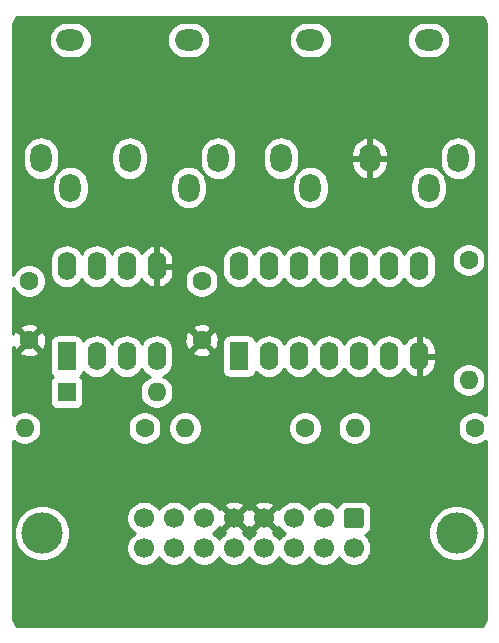
<source format=gbl>
G04 #@! TF.GenerationSoftware,KiCad,Pcbnew,(5.1.8)-1*
G04 #@! TF.CreationDate,2022-02-10T23:24:45+01:00*
G04 #@! TF.ProjectId,BulkyMIDI-32 Gameport IDC,42756c6b-794d-4494-9449-2d3332204761,rev?*
G04 #@! TF.SameCoordinates,Original*
G04 #@! TF.FileFunction,Copper,L2,Bot*
G04 #@! TF.FilePolarity,Positive*
%FSLAX46Y46*%
G04 Gerber Fmt 4.6, Leading zero omitted, Abs format (unit mm)*
G04 Created by KiCad (PCBNEW (5.1.8)-1) date 2022-02-10 23:24:45*
%MOMM*%
%LPD*%
G01*
G04 APERTURE LIST*
G04 #@! TA.AperFunction,ComponentPad*
%ADD10O,1.800000X2.400000*%
G04 #@! TD*
G04 #@! TA.AperFunction,WasherPad*
%ADD11O,2.400000X1.800000*%
G04 #@! TD*
G04 #@! TA.AperFunction,ComponentPad*
%ADD12R,1.600000X1.600000*%
G04 #@! TD*
G04 #@! TA.AperFunction,ComponentPad*
%ADD13O,1.600000X1.600000*%
G04 #@! TD*
G04 #@! TA.AperFunction,ComponentPad*
%ADD14C,1.600000*%
G04 #@! TD*
G04 #@! TA.AperFunction,ComponentPad*
%ADD15R,1.600000X2.400000*%
G04 #@! TD*
G04 #@! TA.AperFunction,ComponentPad*
%ADD16O,1.600000X2.400000*%
G04 #@! TD*
G04 #@! TA.AperFunction,ComponentPad*
%ADD17C,1.700000*%
G04 #@! TD*
G04 #@! TA.AperFunction,WasherPad*
%ADD18C,3.500000*%
G04 #@! TD*
G04 #@! TA.AperFunction,Conductor*
%ADD19C,0.254000*%
G04 #@! TD*
G04 #@! TA.AperFunction,Conductor*
%ADD20C,0.100000*%
G04 #@! TD*
G04 APERTURE END LIST*
D10*
X107950000Y-79756000D03*
D11*
X102950000Y-69756000D03*
X112950000Y-69756000D03*
D10*
X100450000Y-79756000D03*
X115450000Y-79756000D03*
X102950000Y-82256000D03*
X112950000Y-82256000D03*
X128270000Y-79756000D03*
D11*
X123270000Y-69756000D03*
X133270000Y-69756000D03*
D10*
X120770000Y-79756000D03*
X135770000Y-79756000D03*
X123270000Y-82256000D03*
X133270000Y-82256000D03*
D12*
X102616000Y-99568000D03*
D13*
X110236000Y-99568000D03*
X112649000Y-102616000D03*
D14*
X122809000Y-102616000D03*
X137160000Y-102616000D03*
D13*
X127000000Y-102616000D03*
X136652000Y-98552000D03*
D14*
X136652000Y-88392000D03*
X109220000Y-102616000D03*
D13*
X99060000Y-102616000D03*
D15*
X102616000Y-96520000D03*
D16*
X110236000Y-88900000D03*
X105156000Y-96520000D03*
X107696000Y-88900000D03*
X107696000Y-96520000D03*
X105156000Y-88900000D03*
X110236000Y-96520000D03*
X102616000Y-88900000D03*
D15*
X117221000Y-96520000D03*
D16*
X132461000Y-88900000D03*
X119761000Y-96520000D03*
X129921000Y-88900000D03*
X122301000Y-96520000D03*
X127381000Y-88900000D03*
X124841000Y-96520000D03*
X124841000Y-88900000D03*
X127381000Y-96520000D03*
X122301000Y-88900000D03*
X129921000Y-96520000D03*
X119761000Y-88900000D03*
X132461000Y-96520000D03*
X117221000Y-88900000D03*
D14*
X99441000Y-90170000D03*
X99441000Y-95170000D03*
X114046000Y-95170000D03*
X114046000Y-90170000D03*
G04 #@! TA.AperFunction,ComponentPad*
G36*
G01*
X126349200Y-109386000D02*
X127549200Y-109386000D01*
G75*
G02*
X127799200Y-109636000I0J-250000D01*
G01*
X127799200Y-110836000D01*
G75*
G02*
X127549200Y-111086000I-250000J0D01*
G01*
X126349200Y-111086000D01*
G75*
G02*
X126099200Y-110836000I0J250000D01*
G01*
X126099200Y-109636000D01*
G75*
G02*
X126349200Y-109386000I250000J0D01*
G01*
G37*
G04 #@! TD.AperFunction*
D17*
X124409200Y-110236000D03*
X121869200Y-110236000D03*
X119329200Y-110236000D03*
X116789200Y-110236000D03*
X114249200Y-110236000D03*
X111709200Y-110236000D03*
X109169200Y-110236000D03*
X126949200Y-112776000D03*
X124409200Y-112776000D03*
X121869200Y-112776000D03*
X119329200Y-112776000D03*
X116789200Y-112776000D03*
X114249200Y-112776000D03*
X111709200Y-112776000D03*
X109169200Y-112776000D03*
D18*
X100533200Y-111506000D03*
X135636000Y-111506000D03*
D19*
X137649109Y-67780005D02*
X137753101Y-67811402D01*
X137849014Y-67862399D01*
X137933194Y-67931055D01*
X138002440Y-68014758D01*
X138054105Y-68110311D01*
X138086227Y-68214078D01*
X138101001Y-68354650D01*
X138101000Y-101527604D01*
X138074759Y-101501363D01*
X137839727Y-101344320D01*
X137578574Y-101236147D01*
X137301335Y-101181000D01*
X137018665Y-101181000D01*
X136741426Y-101236147D01*
X136480273Y-101344320D01*
X136245241Y-101501363D01*
X136045363Y-101701241D01*
X135888320Y-101936273D01*
X135780147Y-102197426D01*
X135725000Y-102474665D01*
X135725000Y-102757335D01*
X135780147Y-103034574D01*
X135888320Y-103295727D01*
X136045363Y-103530759D01*
X136245241Y-103730637D01*
X136480273Y-103887680D01*
X136741426Y-103995853D01*
X137018665Y-104051000D01*
X137301335Y-104051000D01*
X137578574Y-103995853D01*
X137839727Y-103887680D01*
X138074759Y-103730637D01*
X138101000Y-103704396D01*
X138101000Y-118786480D01*
X138086995Y-118929309D01*
X138055599Y-119033299D01*
X138004601Y-119129213D01*
X137935941Y-119213399D01*
X137852243Y-119282639D01*
X137756689Y-119334305D01*
X137652922Y-119366427D01*
X137512359Y-119381200D01*
X98713720Y-119381200D01*
X98570891Y-119367195D01*
X98466901Y-119335799D01*
X98370987Y-119284801D01*
X98286801Y-119216141D01*
X98217561Y-119132443D01*
X98165895Y-119036889D01*
X98133773Y-118933122D01*
X98119000Y-118792559D01*
X98119000Y-111271098D01*
X98148200Y-111271098D01*
X98148200Y-111740902D01*
X98239854Y-112201679D01*
X98419640Y-112635721D01*
X98680650Y-113026349D01*
X99012851Y-113358550D01*
X99403479Y-113619560D01*
X99837521Y-113799346D01*
X100298298Y-113891000D01*
X100768102Y-113891000D01*
X101228879Y-113799346D01*
X101662921Y-113619560D01*
X102053549Y-113358550D01*
X102385750Y-113026349D01*
X102646760Y-112635721D01*
X102826546Y-112201679D01*
X102918200Y-111740902D01*
X102918200Y-111271098D01*
X102826546Y-110810321D01*
X102646760Y-110376279D01*
X102455301Y-110089740D01*
X107684200Y-110089740D01*
X107684200Y-110382260D01*
X107741268Y-110669158D01*
X107853210Y-110939411D01*
X108015725Y-111182632D01*
X108222568Y-111389475D01*
X108396960Y-111506000D01*
X108222568Y-111622525D01*
X108015725Y-111829368D01*
X107853210Y-112072589D01*
X107741268Y-112342842D01*
X107684200Y-112629740D01*
X107684200Y-112922260D01*
X107741268Y-113209158D01*
X107853210Y-113479411D01*
X108015725Y-113722632D01*
X108222568Y-113929475D01*
X108465789Y-114091990D01*
X108736042Y-114203932D01*
X109022940Y-114261000D01*
X109315460Y-114261000D01*
X109602358Y-114203932D01*
X109872611Y-114091990D01*
X110115832Y-113929475D01*
X110322675Y-113722632D01*
X110439200Y-113548240D01*
X110555725Y-113722632D01*
X110762568Y-113929475D01*
X111005789Y-114091990D01*
X111276042Y-114203932D01*
X111562940Y-114261000D01*
X111855460Y-114261000D01*
X112142358Y-114203932D01*
X112412611Y-114091990D01*
X112655832Y-113929475D01*
X112862675Y-113722632D01*
X112979200Y-113548240D01*
X113095725Y-113722632D01*
X113302568Y-113929475D01*
X113545789Y-114091990D01*
X113816042Y-114203932D01*
X114102940Y-114261000D01*
X114395460Y-114261000D01*
X114682358Y-114203932D01*
X114952611Y-114091990D01*
X115195832Y-113929475D01*
X115402675Y-113722632D01*
X115519200Y-113548240D01*
X115635725Y-113722632D01*
X115842568Y-113929475D01*
X116085789Y-114091990D01*
X116356042Y-114203932D01*
X116642940Y-114261000D01*
X116935460Y-114261000D01*
X117222358Y-114203932D01*
X117492611Y-114091990D01*
X117735832Y-113929475D01*
X117942675Y-113722632D01*
X118059200Y-113548240D01*
X118175725Y-113722632D01*
X118382568Y-113929475D01*
X118625789Y-114091990D01*
X118896042Y-114203932D01*
X119182940Y-114261000D01*
X119475460Y-114261000D01*
X119762358Y-114203932D01*
X120032611Y-114091990D01*
X120275832Y-113929475D01*
X120482675Y-113722632D01*
X120599200Y-113548240D01*
X120715725Y-113722632D01*
X120922568Y-113929475D01*
X121165789Y-114091990D01*
X121436042Y-114203932D01*
X121722940Y-114261000D01*
X122015460Y-114261000D01*
X122302358Y-114203932D01*
X122572611Y-114091990D01*
X122815832Y-113929475D01*
X123022675Y-113722632D01*
X123139200Y-113548240D01*
X123255725Y-113722632D01*
X123462568Y-113929475D01*
X123705789Y-114091990D01*
X123976042Y-114203932D01*
X124262940Y-114261000D01*
X124555460Y-114261000D01*
X124842358Y-114203932D01*
X125112611Y-114091990D01*
X125355832Y-113929475D01*
X125562675Y-113722632D01*
X125679200Y-113548240D01*
X125795725Y-113722632D01*
X126002568Y-113929475D01*
X126245789Y-114091990D01*
X126516042Y-114203932D01*
X126802940Y-114261000D01*
X127095460Y-114261000D01*
X127382358Y-114203932D01*
X127652611Y-114091990D01*
X127895832Y-113929475D01*
X128102675Y-113722632D01*
X128265190Y-113479411D01*
X128377132Y-113209158D01*
X128434200Y-112922260D01*
X128434200Y-112629740D01*
X128377132Y-112342842D01*
X128265190Y-112072589D01*
X128102675Y-111829368D01*
X127915592Y-111642285D01*
X128042586Y-111574405D01*
X128177162Y-111463962D01*
X128287605Y-111329386D01*
X128318760Y-111271098D01*
X133251000Y-111271098D01*
X133251000Y-111740902D01*
X133342654Y-112201679D01*
X133522440Y-112635721D01*
X133783450Y-113026349D01*
X134115651Y-113358550D01*
X134506279Y-113619560D01*
X134940321Y-113799346D01*
X135401098Y-113891000D01*
X135870902Y-113891000D01*
X136331679Y-113799346D01*
X136765721Y-113619560D01*
X137156349Y-113358550D01*
X137488550Y-113026349D01*
X137749560Y-112635721D01*
X137929346Y-112201679D01*
X138021000Y-111740902D01*
X138021000Y-111271098D01*
X137929346Y-110810321D01*
X137749560Y-110376279D01*
X137488550Y-109985651D01*
X137156349Y-109653450D01*
X136765721Y-109392440D01*
X136331679Y-109212654D01*
X135870902Y-109121000D01*
X135401098Y-109121000D01*
X134940321Y-109212654D01*
X134506279Y-109392440D01*
X134115651Y-109653450D01*
X133783450Y-109985651D01*
X133522440Y-110376279D01*
X133342654Y-110810321D01*
X133251000Y-111271098D01*
X128318760Y-111271098D01*
X128369672Y-111175850D01*
X128420208Y-111009254D01*
X128437272Y-110836000D01*
X128437272Y-109636000D01*
X128420208Y-109462746D01*
X128369672Y-109296150D01*
X128287605Y-109142614D01*
X128177162Y-109008038D01*
X128042586Y-108897595D01*
X127889050Y-108815528D01*
X127722454Y-108764992D01*
X127549200Y-108747928D01*
X126349200Y-108747928D01*
X126175946Y-108764992D01*
X126009350Y-108815528D01*
X125855814Y-108897595D01*
X125721238Y-109008038D01*
X125610795Y-109142614D01*
X125542915Y-109269608D01*
X125355832Y-109082525D01*
X125112611Y-108920010D01*
X124842358Y-108808068D01*
X124555460Y-108751000D01*
X124262940Y-108751000D01*
X123976042Y-108808068D01*
X123705789Y-108920010D01*
X123462568Y-109082525D01*
X123255725Y-109289368D01*
X123139200Y-109463760D01*
X123022675Y-109289368D01*
X122815832Y-109082525D01*
X122572611Y-108920010D01*
X122302358Y-108808068D01*
X122015460Y-108751000D01*
X121722940Y-108751000D01*
X121436042Y-108808068D01*
X121165789Y-108920010D01*
X120922568Y-109082525D01*
X120715725Y-109289368D01*
X120599889Y-109462729D01*
X120357597Y-109387208D01*
X119508805Y-110236000D01*
X120357597Y-111084792D01*
X120599889Y-111009271D01*
X120715725Y-111182632D01*
X120922568Y-111389475D01*
X121096960Y-111506000D01*
X120922568Y-111622525D01*
X120715725Y-111829368D01*
X120599200Y-112003760D01*
X120482675Y-111829368D01*
X120275832Y-111622525D01*
X120102471Y-111506689D01*
X120177992Y-111264397D01*
X119329200Y-110415605D01*
X118480408Y-111264397D01*
X118555929Y-111506689D01*
X118382568Y-111622525D01*
X118175725Y-111829368D01*
X118059200Y-112003760D01*
X117942675Y-111829368D01*
X117735832Y-111622525D01*
X117562471Y-111506689D01*
X117637992Y-111264397D01*
X116789200Y-110415605D01*
X115940408Y-111264397D01*
X116015929Y-111506689D01*
X115842568Y-111622525D01*
X115635725Y-111829368D01*
X115519200Y-112003760D01*
X115402675Y-111829368D01*
X115195832Y-111622525D01*
X115021440Y-111506000D01*
X115195832Y-111389475D01*
X115402675Y-111182632D01*
X115518511Y-111009271D01*
X115760803Y-111084792D01*
X116609595Y-110236000D01*
X116968805Y-110236000D01*
X117817597Y-111084792D01*
X118059200Y-111009486D01*
X118300803Y-111084792D01*
X119149595Y-110236000D01*
X118300803Y-109387208D01*
X118059200Y-109462514D01*
X117817597Y-109387208D01*
X116968805Y-110236000D01*
X116609595Y-110236000D01*
X115760803Y-109387208D01*
X115518511Y-109462729D01*
X115402675Y-109289368D01*
X115320910Y-109207603D01*
X115940408Y-109207603D01*
X116789200Y-110056395D01*
X117637992Y-109207603D01*
X118480408Y-109207603D01*
X119329200Y-110056395D01*
X120177992Y-109207603D01*
X120100357Y-108958528D01*
X119836317Y-108832629D01*
X119552789Y-108760661D01*
X119260669Y-108745389D01*
X118971181Y-108787401D01*
X118695453Y-108885081D01*
X118558043Y-108958528D01*
X118480408Y-109207603D01*
X117637992Y-109207603D01*
X117560357Y-108958528D01*
X117296317Y-108832629D01*
X117012789Y-108760661D01*
X116720669Y-108745389D01*
X116431181Y-108787401D01*
X116155453Y-108885081D01*
X116018043Y-108958528D01*
X115940408Y-109207603D01*
X115320910Y-109207603D01*
X115195832Y-109082525D01*
X114952611Y-108920010D01*
X114682358Y-108808068D01*
X114395460Y-108751000D01*
X114102940Y-108751000D01*
X113816042Y-108808068D01*
X113545789Y-108920010D01*
X113302568Y-109082525D01*
X113095725Y-109289368D01*
X112979200Y-109463760D01*
X112862675Y-109289368D01*
X112655832Y-109082525D01*
X112412611Y-108920010D01*
X112142358Y-108808068D01*
X111855460Y-108751000D01*
X111562940Y-108751000D01*
X111276042Y-108808068D01*
X111005789Y-108920010D01*
X110762568Y-109082525D01*
X110555725Y-109289368D01*
X110439200Y-109463760D01*
X110322675Y-109289368D01*
X110115832Y-109082525D01*
X109872611Y-108920010D01*
X109602358Y-108808068D01*
X109315460Y-108751000D01*
X109022940Y-108751000D01*
X108736042Y-108808068D01*
X108465789Y-108920010D01*
X108222568Y-109082525D01*
X108015725Y-109289368D01*
X107853210Y-109532589D01*
X107741268Y-109802842D01*
X107684200Y-110089740D01*
X102455301Y-110089740D01*
X102385750Y-109985651D01*
X102053549Y-109653450D01*
X101662921Y-109392440D01*
X101228879Y-109212654D01*
X100768102Y-109121000D01*
X100298298Y-109121000D01*
X99837521Y-109212654D01*
X99403479Y-109392440D01*
X99012851Y-109653450D01*
X98680650Y-109985651D01*
X98419640Y-110376279D01*
X98239854Y-110810321D01*
X98148200Y-111271098D01*
X98119000Y-111271098D01*
X98119000Y-103704396D01*
X98145241Y-103730637D01*
X98380273Y-103887680D01*
X98641426Y-103995853D01*
X98918665Y-104051000D01*
X99201335Y-104051000D01*
X99478574Y-103995853D01*
X99739727Y-103887680D01*
X99974759Y-103730637D01*
X100174637Y-103530759D01*
X100331680Y-103295727D01*
X100439853Y-103034574D01*
X100495000Y-102757335D01*
X100495000Y-102474665D01*
X107785000Y-102474665D01*
X107785000Y-102757335D01*
X107840147Y-103034574D01*
X107948320Y-103295727D01*
X108105363Y-103530759D01*
X108305241Y-103730637D01*
X108540273Y-103887680D01*
X108801426Y-103995853D01*
X109078665Y-104051000D01*
X109361335Y-104051000D01*
X109638574Y-103995853D01*
X109899727Y-103887680D01*
X110134759Y-103730637D01*
X110334637Y-103530759D01*
X110491680Y-103295727D01*
X110599853Y-103034574D01*
X110655000Y-102757335D01*
X110655000Y-102474665D01*
X111214000Y-102474665D01*
X111214000Y-102757335D01*
X111269147Y-103034574D01*
X111377320Y-103295727D01*
X111534363Y-103530759D01*
X111734241Y-103730637D01*
X111969273Y-103887680D01*
X112230426Y-103995853D01*
X112507665Y-104051000D01*
X112790335Y-104051000D01*
X113067574Y-103995853D01*
X113328727Y-103887680D01*
X113563759Y-103730637D01*
X113763637Y-103530759D01*
X113920680Y-103295727D01*
X114028853Y-103034574D01*
X114084000Y-102757335D01*
X114084000Y-102474665D01*
X121374000Y-102474665D01*
X121374000Y-102757335D01*
X121429147Y-103034574D01*
X121537320Y-103295727D01*
X121694363Y-103530759D01*
X121894241Y-103730637D01*
X122129273Y-103887680D01*
X122390426Y-103995853D01*
X122667665Y-104051000D01*
X122950335Y-104051000D01*
X123227574Y-103995853D01*
X123488727Y-103887680D01*
X123723759Y-103730637D01*
X123923637Y-103530759D01*
X124080680Y-103295727D01*
X124188853Y-103034574D01*
X124244000Y-102757335D01*
X124244000Y-102474665D01*
X125565000Y-102474665D01*
X125565000Y-102757335D01*
X125620147Y-103034574D01*
X125728320Y-103295727D01*
X125885363Y-103530759D01*
X126085241Y-103730637D01*
X126320273Y-103887680D01*
X126581426Y-103995853D01*
X126858665Y-104051000D01*
X127141335Y-104051000D01*
X127418574Y-103995853D01*
X127679727Y-103887680D01*
X127914759Y-103730637D01*
X128114637Y-103530759D01*
X128271680Y-103295727D01*
X128379853Y-103034574D01*
X128435000Y-102757335D01*
X128435000Y-102474665D01*
X128379853Y-102197426D01*
X128271680Y-101936273D01*
X128114637Y-101701241D01*
X127914759Y-101501363D01*
X127679727Y-101344320D01*
X127418574Y-101236147D01*
X127141335Y-101181000D01*
X126858665Y-101181000D01*
X126581426Y-101236147D01*
X126320273Y-101344320D01*
X126085241Y-101501363D01*
X125885363Y-101701241D01*
X125728320Y-101936273D01*
X125620147Y-102197426D01*
X125565000Y-102474665D01*
X124244000Y-102474665D01*
X124188853Y-102197426D01*
X124080680Y-101936273D01*
X123923637Y-101701241D01*
X123723759Y-101501363D01*
X123488727Y-101344320D01*
X123227574Y-101236147D01*
X122950335Y-101181000D01*
X122667665Y-101181000D01*
X122390426Y-101236147D01*
X122129273Y-101344320D01*
X121894241Y-101501363D01*
X121694363Y-101701241D01*
X121537320Y-101936273D01*
X121429147Y-102197426D01*
X121374000Y-102474665D01*
X114084000Y-102474665D01*
X114028853Y-102197426D01*
X113920680Y-101936273D01*
X113763637Y-101701241D01*
X113563759Y-101501363D01*
X113328727Y-101344320D01*
X113067574Y-101236147D01*
X112790335Y-101181000D01*
X112507665Y-101181000D01*
X112230426Y-101236147D01*
X111969273Y-101344320D01*
X111734241Y-101501363D01*
X111534363Y-101701241D01*
X111377320Y-101936273D01*
X111269147Y-102197426D01*
X111214000Y-102474665D01*
X110655000Y-102474665D01*
X110599853Y-102197426D01*
X110491680Y-101936273D01*
X110334637Y-101701241D01*
X110134759Y-101501363D01*
X109899727Y-101344320D01*
X109638574Y-101236147D01*
X109361335Y-101181000D01*
X109078665Y-101181000D01*
X108801426Y-101236147D01*
X108540273Y-101344320D01*
X108305241Y-101501363D01*
X108105363Y-101701241D01*
X107948320Y-101936273D01*
X107840147Y-102197426D01*
X107785000Y-102474665D01*
X100495000Y-102474665D01*
X100439853Y-102197426D01*
X100331680Y-101936273D01*
X100174637Y-101701241D01*
X99974759Y-101501363D01*
X99739727Y-101344320D01*
X99478574Y-101236147D01*
X99201335Y-101181000D01*
X98918665Y-101181000D01*
X98641426Y-101236147D01*
X98380273Y-101344320D01*
X98145241Y-101501363D01*
X98119000Y-101527604D01*
X98119000Y-96162702D01*
X98627903Y-96162702D01*
X98699486Y-96406671D01*
X98954996Y-96527571D01*
X99229184Y-96596300D01*
X99511512Y-96610217D01*
X99791130Y-96568787D01*
X100057292Y-96473603D01*
X100182514Y-96406671D01*
X100254097Y-96162702D01*
X99441000Y-95349605D01*
X98627903Y-96162702D01*
X98119000Y-96162702D01*
X98119000Y-95734849D01*
X98137397Y-95786292D01*
X98204329Y-95911514D01*
X98448298Y-95983097D01*
X99261395Y-95170000D01*
X99620605Y-95170000D01*
X100433702Y-95983097D01*
X100677671Y-95911514D01*
X100798571Y-95656004D01*
X100867300Y-95381816D01*
X100870347Y-95320000D01*
X101177928Y-95320000D01*
X101177928Y-97720000D01*
X101190188Y-97844482D01*
X101226498Y-97964180D01*
X101285463Y-98074494D01*
X101364815Y-98171185D01*
X101453541Y-98244000D01*
X101364815Y-98316815D01*
X101285463Y-98413506D01*
X101226498Y-98523820D01*
X101190188Y-98643518D01*
X101177928Y-98768000D01*
X101177928Y-100368000D01*
X101190188Y-100492482D01*
X101226498Y-100612180D01*
X101285463Y-100722494D01*
X101364815Y-100819185D01*
X101461506Y-100898537D01*
X101571820Y-100957502D01*
X101691518Y-100993812D01*
X101816000Y-101006072D01*
X103416000Y-101006072D01*
X103540482Y-100993812D01*
X103660180Y-100957502D01*
X103770494Y-100898537D01*
X103867185Y-100819185D01*
X103946537Y-100722494D01*
X104005502Y-100612180D01*
X104041812Y-100492482D01*
X104054072Y-100368000D01*
X104054072Y-98768000D01*
X104041812Y-98643518D01*
X104005502Y-98523820D01*
X103946537Y-98413506D01*
X103867185Y-98316815D01*
X103778459Y-98244000D01*
X103867185Y-98171185D01*
X103946537Y-98074494D01*
X104005502Y-97964180D01*
X104041812Y-97844482D01*
X104043581Y-97826517D01*
X104136393Y-97939608D01*
X104354900Y-98118932D01*
X104604193Y-98252182D01*
X104874692Y-98334236D01*
X105156000Y-98361943D01*
X105437309Y-98334236D01*
X105707808Y-98252182D01*
X105957101Y-98118932D01*
X106175608Y-97939608D01*
X106354932Y-97721101D01*
X106426000Y-97588142D01*
X106497068Y-97721101D01*
X106676393Y-97939608D01*
X106894900Y-98118932D01*
X107144193Y-98252182D01*
X107414692Y-98334236D01*
X107696000Y-98361943D01*
X107977309Y-98334236D01*
X108247808Y-98252182D01*
X108497101Y-98118932D01*
X108715608Y-97939608D01*
X108894932Y-97721101D01*
X108966000Y-97588142D01*
X109037068Y-97721101D01*
X109216393Y-97939608D01*
X109434900Y-98118932D01*
X109674867Y-98247197D01*
X109556273Y-98296320D01*
X109321241Y-98453363D01*
X109121363Y-98653241D01*
X108964320Y-98888273D01*
X108856147Y-99149426D01*
X108801000Y-99426665D01*
X108801000Y-99709335D01*
X108856147Y-99986574D01*
X108964320Y-100247727D01*
X109121363Y-100482759D01*
X109321241Y-100682637D01*
X109556273Y-100839680D01*
X109817426Y-100947853D01*
X110094665Y-101003000D01*
X110377335Y-101003000D01*
X110654574Y-100947853D01*
X110915727Y-100839680D01*
X111150759Y-100682637D01*
X111350637Y-100482759D01*
X111507680Y-100247727D01*
X111615853Y-99986574D01*
X111671000Y-99709335D01*
X111671000Y-99426665D01*
X111615853Y-99149426D01*
X111507680Y-98888273D01*
X111350637Y-98653241D01*
X111150759Y-98453363D01*
X111086857Y-98410665D01*
X135217000Y-98410665D01*
X135217000Y-98693335D01*
X135272147Y-98970574D01*
X135380320Y-99231727D01*
X135537363Y-99466759D01*
X135737241Y-99666637D01*
X135972273Y-99823680D01*
X136233426Y-99931853D01*
X136510665Y-99987000D01*
X136793335Y-99987000D01*
X137070574Y-99931853D01*
X137331727Y-99823680D01*
X137566759Y-99666637D01*
X137766637Y-99466759D01*
X137923680Y-99231727D01*
X138031853Y-98970574D01*
X138087000Y-98693335D01*
X138087000Y-98410665D01*
X138031853Y-98133426D01*
X137923680Y-97872273D01*
X137766637Y-97637241D01*
X137566759Y-97437363D01*
X137331727Y-97280320D01*
X137070574Y-97172147D01*
X136793335Y-97117000D01*
X136510665Y-97117000D01*
X136233426Y-97172147D01*
X135972273Y-97280320D01*
X135737241Y-97437363D01*
X135537363Y-97637241D01*
X135380320Y-97872273D01*
X135272147Y-98133426D01*
X135217000Y-98410665D01*
X111086857Y-98410665D01*
X110915727Y-98296320D01*
X110797134Y-98247197D01*
X111037101Y-98118932D01*
X111255608Y-97939608D01*
X111434932Y-97721101D01*
X111568182Y-97471808D01*
X111650236Y-97201309D01*
X111671000Y-96990491D01*
X111671000Y-96162702D01*
X113232903Y-96162702D01*
X113304486Y-96406671D01*
X113559996Y-96527571D01*
X113834184Y-96596300D01*
X114116512Y-96610217D01*
X114396130Y-96568787D01*
X114662292Y-96473603D01*
X114787514Y-96406671D01*
X114859097Y-96162702D01*
X114046000Y-95349605D01*
X113232903Y-96162702D01*
X111671000Y-96162702D01*
X111671000Y-96049508D01*
X111650236Y-95838691D01*
X111568182Y-95568192D01*
X111434932Y-95318899D01*
X111370602Y-95240512D01*
X112605783Y-95240512D01*
X112647213Y-95520130D01*
X112742397Y-95786292D01*
X112809329Y-95911514D01*
X113053298Y-95983097D01*
X113866395Y-95170000D01*
X114225605Y-95170000D01*
X115038702Y-95983097D01*
X115282671Y-95911514D01*
X115403571Y-95656004D01*
X115472300Y-95381816D01*
X115475347Y-95320000D01*
X115782928Y-95320000D01*
X115782928Y-97720000D01*
X115795188Y-97844482D01*
X115831498Y-97964180D01*
X115890463Y-98074494D01*
X115969815Y-98171185D01*
X116066506Y-98250537D01*
X116176820Y-98309502D01*
X116296518Y-98345812D01*
X116421000Y-98358072D01*
X118021000Y-98358072D01*
X118145482Y-98345812D01*
X118265180Y-98309502D01*
X118375494Y-98250537D01*
X118472185Y-98171185D01*
X118551537Y-98074494D01*
X118610502Y-97964180D01*
X118646812Y-97844482D01*
X118648581Y-97826517D01*
X118741393Y-97939608D01*
X118959900Y-98118932D01*
X119209193Y-98252182D01*
X119479692Y-98334236D01*
X119761000Y-98361943D01*
X120042309Y-98334236D01*
X120312808Y-98252182D01*
X120562101Y-98118932D01*
X120780608Y-97939608D01*
X120959932Y-97721101D01*
X121031000Y-97588142D01*
X121102068Y-97721101D01*
X121281393Y-97939608D01*
X121499900Y-98118932D01*
X121749193Y-98252182D01*
X122019692Y-98334236D01*
X122301000Y-98361943D01*
X122582309Y-98334236D01*
X122852808Y-98252182D01*
X123102101Y-98118932D01*
X123320608Y-97939608D01*
X123499932Y-97721101D01*
X123571000Y-97588142D01*
X123642068Y-97721101D01*
X123821393Y-97939608D01*
X124039900Y-98118932D01*
X124289193Y-98252182D01*
X124559692Y-98334236D01*
X124841000Y-98361943D01*
X125122309Y-98334236D01*
X125392808Y-98252182D01*
X125642101Y-98118932D01*
X125860608Y-97939608D01*
X126039932Y-97721101D01*
X126111000Y-97588142D01*
X126182068Y-97721101D01*
X126361393Y-97939608D01*
X126579900Y-98118932D01*
X126829193Y-98252182D01*
X127099692Y-98334236D01*
X127381000Y-98361943D01*
X127662309Y-98334236D01*
X127932808Y-98252182D01*
X128182101Y-98118932D01*
X128400608Y-97939608D01*
X128579932Y-97721101D01*
X128651000Y-97588142D01*
X128722068Y-97721101D01*
X128901393Y-97939608D01*
X129119900Y-98118932D01*
X129369193Y-98252182D01*
X129639692Y-98334236D01*
X129921000Y-98361943D01*
X130202309Y-98334236D01*
X130472808Y-98252182D01*
X130722101Y-98118932D01*
X130940608Y-97939608D01*
X131119932Y-97721101D01*
X131188265Y-97593259D01*
X131338399Y-97822839D01*
X131536105Y-98024500D01*
X131769354Y-98183715D01*
X132029182Y-98294367D01*
X132111961Y-98311904D01*
X132334000Y-98189915D01*
X132334000Y-96647000D01*
X132588000Y-96647000D01*
X132588000Y-98189915D01*
X132810039Y-98311904D01*
X132892818Y-98294367D01*
X133152646Y-98183715D01*
X133385895Y-98024500D01*
X133583601Y-97822839D01*
X133738166Y-97586483D01*
X133843650Y-97324514D01*
X133896000Y-97047000D01*
X133896000Y-96647000D01*
X132588000Y-96647000D01*
X132334000Y-96647000D01*
X132314000Y-96647000D01*
X132314000Y-96393000D01*
X132334000Y-96393000D01*
X132334000Y-94850085D01*
X132588000Y-94850085D01*
X132588000Y-96393000D01*
X133896000Y-96393000D01*
X133896000Y-95993000D01*
X133843650Y-95715486D01*
X133738166Y-95453517D01*
X133583601Y-95217161D01*
X133385895Y-95015500D01*
X133152646Y-94856285D01*
X132892818Y-94745633D01*
X132810039Y-94728096D01*
X132588000Y-94850085D01*
X132334000Y-94850085D01*
X132111961Y-94728096D01*
X132029182Y-94745633D01*
X131769354Y-94856285D01*
X131536105Y-95015500D01*
X131338399Y-95217161D01*
X131188265Y-95446741D01*
X131119932Y-95318899D01*
X130940607Y-95100392D01*
X130722100Y-94921068D01*
X130472807Y-94787818D01*
X130202308Y-94705764D01*
X129921000Y-94678057D01*
X129639691Y-94705764D01*
X129369192Y-94787818D01*
X129119899Y-94921068D01*
X128901392Y-95100393D01*
X128722068Y-95318900D01*
X128651000Y-95451858D01*
X128579932Y-95318899D01*
X128400607Y-95100392D01*
X128182100Y-94921068D01*
X127932807Y-94787818D01*
X127662308Y-94705764D01*
X127381000Y-94678057D01*
X127099691Y-94705764D01*
X126829192Y-94787818D01*
X126579899Y-94921068D01*
X126361392Y-95100393D01*
X126182068Y-95318900D01*
X126111000Y-95451858D01*
X126039932Y-95318899D01*
X125860607Y-95100392D01*
X125642100Y-94921068D01*
X125392807Y-94787818D01*
X125122308Y-94705764D01*
X124841000Y-94678057D01*
X124559691Y-94705764D01*
X124289192Y-94787818D01*
X124039899Y-94921068D01*
X123821392Y-95100393D01*
X123642068Y-95318900D01*
X123571000Y-95451858D01*
X123499932Y-95318899D01*
X123320607Y-95100392D01*
X123102100Y-94921068D01*
X122852807Y-94787818D01*
X122582308Y-94705764D01*
X122301000Y-94678057D01*
X122019691Y-94705764D01*
X121749192Y-94787818D01*
X121499899Y-94921068D01*
X121281392Y-95100393D01*
X121102068Y-95318900D01*
X121031000Y-95451858D01*
X120959932Y-95318899D01*
X120780607Y-95100392D01*
X120562100Y-94921068D01*
X120312807Y-94787818D01*
X120042308Y-94705764D01*
X119761000Y-94678057D01*
X119479691Y-94705764D01*
X119209192Y-94787818D01*
X118959899Y-94921068D01*
X118741392Y-95100393D01*
X118648581Y-95213483D01*
X118646812Y-95195518D01*
X118610502Y-95075820D01*
X118551537Y-94965506D01*
X118472185Y-94868815D01*
X118375494Y-94789463D01*
X118265180Y-94730498D01*
X118145482Y-94694188D01*
X118021000Y-94681928D01*
X116421000Y-94681928D01*
X116296518Y-94694188D01*
X116176820Y-94730498D01*
X116066506Y-94789463D01*
X115969815Y-94868815D01*
X115890463Y-94965506D01*
X115831498Y-95075820D01*
X115795188Y-95195518D01*
X115782928Y-95320000D01*
X115475347Y-95320000D01*
X115486217Y-95099488D01*
X115444787Y-94819870D01*
X115349603Y-94553708D01*
X115282671Y-94428486D01*
X115038702Y-94356903D01*
X114225605Y-95170000D01*
X113866395Y-95170000D01*
X113053298Y-94356903D01*
X112809329Y-94428486D01*
X112688429Y-94683996D01*
X112619700Y-94958184D01*
X112605783Y-95240512D01*
X111370602Y-95240512D01*
X111255607Y-95100392D01*
X111037100Y-94921068D01*
X110787807Y-94787818D01*
X110517308Y-94705764D01*
X110236000Y-94678057D01*
X109954691Y-94705764D01*
X109684192Y-94787818D01*
X109434899Y-94921068D01*
X109216392Y-95100393D01*
X109037068Y-95318900D01*
X108966000Y-95451858D01*
X108894932Y-95318899D01*
X108715607Y-95100392D01*
X108497100Y-94921068D01*
X108247807Y-94787818D01*
X107977308Y-94705764D01*
X107696000Y-94678057D01*
X107414691Y-94705764D01*
X107144192Y-94787818D01*
X106894899Y-94921068D01*
X106676392Y-95100393D01*
X106497068Y-95318900D01*
X106426000Y-95451858D01*
X106354932Y-95318899D01*
X106175607Y-95100392D01*
X105957100Y-94921068D01*
X105707807Y-94787818D01*
X105437308Y-94705764D01*
X105156000Y-94678057D01*
X104874691Y-94705764D01*
X104604192Y-94787818D01*
X104354899Y-94921068D01*
X104136392Y-95100393D01*
X104043581Y-95213483D01*
X104041812Y-95195518D01*
X104005502Y-95075820D01*
X103946537Y-94965506D01*
X103867185Y-94868815D01*
X103770494Y-94789463D01*
X103660180Y-94730498D01*
X103540482Y-94694188D01*
X103416000Y-94681928D01*
X101816000Y-94681928D01*
X101691518Y-94694188D01*
X101571820Y-94730498D01*
X101461506Y-94789463D01*
X101364815Y-94868815D01*
X101285463Y-94965506D01*
X101226498Y-95075820D01*
X101190188Y-95195518D01*
X101177928Y-95320000D01*
X100870347Y-95320000D01*
X100881217Y-95099488D01*
X100839787Y-94819870D01*
X100744603Y-94553708D01*
X100677671Y-94428486D01*
X100433702Y-94356903D01*
X99620605Y-95170000D01*
X99261395Y-95170000D01*
X98448298Y-94356903D01*
X98204329Y-94428486D01*
X98119000Y-94608820D01*
X98119000Y-94177298D01*
X98627903Y-94177298D01*
X99441000Y-94990395D01*
X100254097Y-94177298D01*
X113232903Y-94177298D01*
X114046000Y-94990395D01*
X114859097Y-94177298D01*
X114787514Y-93933329D01*
X114532004Y-93812429D01*
X114257816Y-93743700D01*
X113975488Y-93729783D01*
X113695870Y-93771213D01*
X113429708Y-93866397D01*
X113304486Y-93933329D01*
X113232903Y-94177298D01*
X100254097Y-94177298D01*
X100182514Y-93933329D01*
X99927004Y-93812429D01*
X99652816Y-93743700D01*
X99370488Y-93729783D01*
X99090870Y-93771213D01*
X98824708Y-93866397D01*
X98699486Y-93933329D01*
X98627903Y-94177298D01*
X98119000Y-94177298D01*
X98119000Y-90728244D01*
X98169320Y-90849727D01*
X98326363Y-91084759D01*
X98526241Y-91284637D01*
X98761273Y-91441680D01*
X99022426Y-91549853D01*
X99299665Y-91605000D01*
X99582335Y-91605000D01*
X99859574Y-91549853D01*
X100120727Y-91441680D01*
X100355759Y-91284637D01*
X100555637Y-91084759D01*
X100712680Y-90849727D01*
X100820853Y-90588574D01*
X100876000Y-90311335D01*
X100876000Y-90028665D01*
X100820853Y-89751426D01*
X100712680Y-89490273D01*
X100555637Y-89255241D01*
X100355759Y-89055363D01*
X100120727Y-88898320D01*
X99859574Y-88790147D01*
X99582335Y-88735000D01*
X99299665Y-88735000D01*
X99022426Y-88790147D01*
X98761273Y-88898320D01*
X98526241Y-89055363D01*
X98326363Y-89255241D01*
X98169320Y-89490273D01*
X98119000Y-89611756D01*
X98119000Y-88429509D01*
X101181000Y-88429509D01*
X101181000Y-89370492D01*
X101201764Y-89581309D01*
X101283818Y-89851808D01*
X101417068Y-90101101D01*
X101596393Y-90319608D01*
X101814900Y-90498932D01*
X102064193Y-90632182D01*
X102334692Y-90714236D01*
X102616000Y-90741943D01*
X102897309Y-90714236D01*
X103167808Y-90632182D01*
X103417101Y-90498932D01*
X103635608Y-90319608D01*
X103814932Y-90101101D01*
X103886000Y-89968142D01*
X103957068Y-90101101D01*
X104136393Y-90319608D01*
X104354900Y-90498932D01*
X104604193Y-90632182D01*
X104874692Y-90714236D01*
X105156000Y-90741943D01*
X105437309Y-90714236D01*
X105707808Y-90632182D01*
X105957101Y-90498932D01*
X106175608Y-90319608D01*
X106354932Y-90101101D01*
X106426000Y-89968142D01*
X106497068Y-90101101D01*
X106676393Y-90319608D01*
X106894900Y-90498932D01*
X107144193Y-90632182D01*
X107414692Y-90714236D01*
X107696000Y-90741943D01*
X107977309Y-90714236D01*
X108247808Y-90632182D01*
X108497101Y-90498932D01*
X108715608Y-90319608D01*
X108894932Y-90101101D01*
X108963265Y-89973259D01*
X109113399Y-90202839D01*
X109311105Y-90404500D01*
X109544354Y-90563715D01*
X109804182Y-90674367D01*
X109886961Y-90691904D01*
X110109000Y-90569915D01*
X110109000Y-89027000D01*
X110363000Y-89027000D01*
X110363000Y-90569915D01*
X110585039Y-90691904D01*
X110667818Y-90674367D01*
X110927646Y-90563715D01*
X111160895Y-90404500D01*
X111358601Y-90202839D01*
X111472502Y-90028665D01*
X112611000Y-90028665D01*
X112611000Y-90311335D01*
X112666147Y-90588574D01*
X112774320Y-90849727D01*
X112931363Y-91084759D01*
X113131241Y-91284637D01*
X113366273Y-91441680D01*
X113627426Y-91549853D01*
X113904665Y-91605000D01*
X114187335Y-91605000D01*
X114464574Y-91549853D01*
X114725727Y-91441680D01*
X114960759Y-91284637D01*
X115160637Y-91084759D01*
X115317680Y-90849727D01*
X115425853Y-90588574D01*
X115481000Y-90311335D01*
X115481000Y-90028665D01*
X115425853Y-89751426D01*
X115317680Y-89490273D01*
X115160637Y-89255241D01*
X114960759Y-89055363D01*
X114725727Y-88898320D01*
X114464574Y-88790147D01*
X114187335Y-88735000D01*
X113904665Y-88735000D01*
X113627426Y-88790147D01*
X113366273Y-88898320D01*
X113131241Y-89055363D01*
X112931363Y-89255241D01*
X112774320Y-89490273D01*
X112666147Y-89751426D01*
X112611000Y-90028665D01*
X111472502Y-90028665D01*
X111513166Y-89966483D01*
X111618650Y-89704514D01*
X111671000Y-89427000D01*
X111671000Y-89027000D01*
X110363000Y-89027000D01*
X110109000Y-89027000D01*
X110089000Y-89027000D01*
X110089000Y-88773000D01*
X110109000Y-88773000D01*
X110109000Y-87230085D01*
X110363000Y-87230085D01*
X110363000Y-88773000D01*
X111671000Y-88773000D01*
X111671000Y-88429509D01*
X115786000Y-88429509D01*
X115786000Y-89370492D01*
X115806764Y-89581309D01*
X115888818Y-89851808D01*
X116022068Y-90101101D01*
X116201393Y-90319608D01*
X116419900Y-90498932D01*
X116669193Y-90632182D01*
X116939692Y-90714236D01*
X117221000Y-90741943D01*
X117502309Y-90714236D01*
X117772808Y-90632182D01*
X118022101Y-90498932D01*
X118240608Y-90319608D01*
X118419932Y-90101101D01*
X118491000Y-89968142D01*
X118562068Y-90101101D01*
X118741393Y-90319608D01*
X118959900Y-90498932D01*
X119209193Y-90632182D01*
X119479692Y-90714236D01*
X119761000Y-90741943D01*
X120042309Y-90714236D01*
X120312808Y-90632182D01*
X120562101Y-90498932D01*
X120780608Y-90319608D01*
X120959932Y-90101101D01*
X121031000Y-89968142D01*
X121102068Y-90101101D01*
X121281393Y-90319608D01*
X121499900Y-90498932D01*
X121749193Y-90632182D01*
X122019692Y-90714236D01*
X122301000Y-90741943D01*
X122582309Y-90714236D01*
X122852808Y-90632182D01*
X123102101Y-90498932D01*
X123320608Y-90319608D01*
X123499932Y-90101101D01*
X123571000Y-89968142D01*
X123642068Y-90101101D01*
X123821393Y-90319608D01*
X124039900Y-90498932D01*
X124289193Y-90632182D01*
X124559692Y-90714236D01*
X124841000Y-90741943D01*
X125122309Y-90714236D01*
X125392808Y-90632182D01*
X125642101Y-90498932D01*
X125860608Y-90319608D01*
X126039932Y-90101101D01*
X126111000Y-89968142D01*
X126182068Y-90101101D01*
X126361393Y-90319608D01*
X126579900Y-90498932D01*
X126829193Y-90632182D01*
X127099692Y-90714236D01*
X127381000Y-90741943D01*
X127662309Y-90714236D01*
X127932808Y-90632182D01*
X128182101Y-90498932D01*
X128400608Y-90319608D01*
X128579932Y-90101101D01*
X128651000Y-89968142D01*
X128722068Y-90101101D01*
X128901393Y-90319608D01*
X129119900Y-90498932D01*
X129369193Y-90632182D01*
X129639692Y-90714236D01*
X129921000Y-90741943D01*
X130202309Y-90714236D01*
X130472808Y-90632182D01*
X130722101Y-90498932D01*
X130940608Y-90319608D01*
X131119932Y-90101101D01*
X131191000Y-89968142D01*
X131262068Y-90101101D01*
X131441393Y-90319608D01*
X131659900Y-90498932D01*
X131909193Y-90632182D01*
X132179692Y-90714236D01*
X132461000Y-90741943D01*
X132742309Y-90714236D01*
X133012808Y-90632182D01*
X133262101Y-90498932D01*
X133480608Y-90319608D01*
X133659932Y-90101101D01*
X133793182Y-89851808D01*
X133875236Y-89581309D01*
X133896000Y-89370491D01*
X133896000Y-88429508D01*
X133878386Y-88250665D01*
X135217000Y-88250665D01*
X135217000Y-88533335D01*
X135272147Y-88810574D01*
X135380320Y-89071727D01*
X135537363Y-89306759D01*
X135737241Y-89506637D01*
X135972273Y-89663680D01*
X136233426Y-89771853D01*
X136510665Y-89827000D01*
X136793335Y-89827000D01*
X137070574Y-89771853D01*
X137331727Y-89663680D01*
X137566759Y-89506637D01*
X137766637Y-89306759D01*
X137923680Y-89071727D01*
X138031853Y-88810574D01*
X138087000Y-88533335D01*
X138087000Y-88250665D01*
X138031853Y-87973426D01*
X137923680Y-87712273D01*
X137766637Y-87477241D01*
X137566759Y-87277363D01*
X137331727Y-87120320D01*
X137070574Y-87012147D01*
X136793335Y-86957000D01*
X136510665Y-86957000D01*
X136233426Y-87012147D01*
X135972273Y-87120320D01*
X135737241Y-87277363D01*
X135537363Y-87477241D01*
X135380320Y-87712273D01*
X135272147Y-87973426D01*
X135217000Y-88250665D01*
X133878386Y-88250665D01*
X133875236Y-88218691D01*
X133793182Y-87948192D01*
X133659932Y-87698899D01*
X133480607Y-87480392D01*
X133262100Y-87301068D01*
X133012807Y-87167818D01*
X132742308Y-87085764D01*
X132461000Y-87058057D01*
X132179691Y-87085764D01*
X131909192Y-87167818D01*
X131659899Y-87301068D01*
X131441392Y-87480393D01*
X131262068Y-87698900D01*
X131191000Y-87831858D01*
X131119932Y-87698899D01*
X130940607Y-87480392D01*
X130722100Y-87301068D01*
X130472807Y-87167818D01*
X130202308Y-87085764D01*
X129921000Y-87058057D01*
X129639691Y-87085764D01*
X129369192Y-87167818D01*
X129119899Y-87301068D01*
X128901392Y-87480393D01*
X128722068Y-87698900D01*
X128651000Y-87831858D01*
X128579932Y-87698899D01*
X128400607Y-87480392D01*
X128182100Y-87301068D01*
X127932807Y-87167818D01*
X127662308Y-87085764D01*
X127381000Y-87058057D01*
X127099691Y-87085764D01*
X126829192Y-87167818D01*
X126579899Y-87301068D01*
X126361392Y-87480393D01*
X126182068Y-87698900D01*
X126111000Y-87831858D01*
X126039932Y-87698899D01*
X125860607Y-87480392D01*
X125642100Y-87301068D01*
X125392807Y-87167818D01*
X125122308Y-87085764D01*
X124841000Y-87058057D01*
X124559691Y-87085764D01*
X124289192Y-87167818D01*
X124039899Y-87301068D01*
X123821392Y-87480393D01*
X123642068Y-87698900D01*
X123571000Y-87831858D01*
X123499932Y-87698899D01*
X123320607Y-87480392D01*
X123102100Y-87301068D01*
X122852807Y-87167818D01*
X122582308Y-87085764D01*
X122301000Y-87058057D01*
X122019691Y-87085764D01*
X121749192Y-87167818D01*
X121499899Y-87301068D01*
X121281392Y-87480393D01*
X121102068Y-87698900D01*
X121031000Y-87831858D01*
X120959932Y-87698899D01*
X120780607Y-87480392D01*
X120562100Y-87301068D01*
X120312807Y-87167818D01*
X120042308Y-87085764D01*
X119761000Y-87058057D01*
X119479691Y-87085764D01*
X119209192Y-87167818D01*
X118959899Y-87301068D01*
X118741392Y-87480393D01*
X118562068Y-87698900D01*
X118491000Y-87831858D01*
X118419932Y-87698899D01*
X118240607Y-87480392D01*
X118022100Y-87301068D01*
X117772807Y-87167818D01*
X117502308Y-87085764D01*
X117221000Y-87058057D01*
X116939691Y-87085764D01*
X116669192Y-87167818D01*
X116419899Y-87301068D01*
X116201392Y-87480393D01*
X116022068Y-87698900D01*
X115888818Y-87948193D01*
X115806764Y-88218692D01*
X115786000Y-88429509D01*
X111671000Y-88429509D01*
X111671000Y-88373000D01*
X111618650Y-88095486D01*
X111513166Y-87833517D01*
X111358601Y-87597161D01*
X111160895Y-87395500D01*
X110927646Y-87236285D01*
X110667818Y-87125633D01*
X110585039Y-87108096D01*
X110363000Y-87230085D01*
X110109000Y-87230085D01*
X109886961Y-87108096D01*
X109804182Y-87125633D01*
X109544354Y-87236285D01*
X109311105Y-87395500D01*
X109113399Y-87597161D01*
X108963265Y-87826741D01*
X108894932Y-87698899D01*
X108715607Y-87480392D01*
X108497100Y-87301068D01*
X108247807Y-87167818D01*
X107977308Y-87085764D01*
X107696000Y-87058057D01*
X107414691Y-87085764D01*
X107144192Y-87167818D01*
X106894899Y-87301068D01*
X106676392Y-87480393D01*
X106497068Y-87698900D01*
X106426000Y-87831858D01*
X106354932Y-87698899D01*
X106175607Y-87480392D01*
X105957100Y-87301068D01*
X105707807Y-87167818D01*
X105437308Y-87085764D01*
X105156000Y-87058057D01*
X104874691Y-87085764D01*
X104604192Y-87167818D01*
X104354899Y-87301068D01*
X104136392Y-87480393D01*
X103957068Y-87698900D01*
X103886000Y-87831858D01*
X103814932Y-87698899D01*
X103635607Y-87480392D01*
X103417100Y-87301068D01*
X103167807Y-87167818D01*
X102897308Y-87085764D01*
X102616000Y-87058057D01*
X102334691Y-87085764D01*
X102064192Y-87167818D01*
X101814899Y-87301068D01*
X101596392Y-87480393D01*
X101417068Y-87698900D01*
X101283818Y-87948193D01*
X101201764Y-88218692D01*
X101181000Y-88429509D01*
X98119000Y-88429509D01*
X98119000Y-81880592D01*
X101415000Y-81880592D01*
X101415000Y-82631407D01*
X101437210Y-82856912D01*
X101524983Y-83146260D01*
X101667519Y-83412926D01*
X101859339Y-83646661D01*
X102093073Y-83838481D01*
X102359739Y-83981017D01*
X102649087Y-84068790D01*
X102950000Y-84098427D01*
X103250912Y-84068790D01*
X103540260Y-83981017D01*
X103806926Y-83838481D01*
X104040661Y-83646661D01*
X104232481Y-83412927D01*
X104375017Y-83146261D01*
X104462790Y-82856913D01*
X104485000Y-82631408D01*
X104485000Y-81880593D01*
X104485000Y-81880592D01*
X111415000Y-81880592D01*
X111415000Y-82631407D01*
X111437210Y-82856912D01*
X111524983Y-83146260D01*
X111667519Y-83412926D01*
X111859339Y-83646661D01*
X112093073Y-83838481D01*
X112359739Y-83981017D01*
X112649087Y-84068790D01*
X112950000Y-84098427D01*
X113250912Y-84068790D01*
X113540260Y-83981017D01*
X113806926Y-83838481D01*
X114040661Y-83646661D01*
X114232481Y-83412927D01*
X114375017Y-83146261D01*
X114462790Y-82856913D01*
X114485000Y-82631408D01*
X114485000Y-81880593D01*
X114485000Y-81880592D01*
X121735000Y-81880592D01*
X121735000Y-82631407D01*
X121757210Y-82856912D01*
X121844983Y-83146260D01*
X121987519Y-83412926D01*
X122179339Y-83646661D01*
X122413073Y-83838481D01*
X122679739Y-83981017D01*
X122969087Y-84068790D01*
X123270000Y-84098427D01*
X123570912Y-84068790D01*
X123860260Y-83981017D01*
X124126926Y-83838481D01*
X124360661Y-83646661D01*
X124552481Y-83412927D01*
X124695017Y-83146261D01*
X124782790Y-82856913D01*
X124805000Y-82631408D01*
X124805000Y-81880593D01*
X124805000Y-81880592D01*
X131735000Y-81880592D01*
X131735000Y-82631407D01*
X131757210Y-82856912D01*
X131844983Y-83146260D01*
X131987519Y-83412926D01*
X132179339Y-83646661D01*
X132413073Y-83838481D01*
X132679739Y-83981017D01*
X132969087Y-84068790D01*
X133270000Y-84098427D01*
X133570912Y-84068790D01*
X133860260Y-83981017D01*
X134126926Y-83838481D01*
X134360661Y-83646661D01*
X134552481Y-83412927D01*
X134695017Y-83146261D01*
X134782790Y-82856913D01*
X134805000Y-82631408D01*
X134805000Y-81880593D01*
X134782790Y-81655088D01*
X134695017Y-81365739D01*
X134552481Y-81099073D01*
X134360661Y-80865339D01*
X134126927Y-80673519D01*
X133860261Y-80530983D01*
X133570913Y-80443210D01*
X133270000Y-80413573D01*
X132969088Y-80443210D01*
X132679740Y-80530983D01*
X132413074Y-80673519D01*
X132179339Y-80865339D01*
X131987519Y-81099073D01*
X131844983Y-81365739D01*
X131757210Y-81655087D01*
X131735000Y-81880592D01*
X124805000Y-81880592D01*
X124782790Y-81655088D01*
X124695017Y-81365739D01*
X124552481Y-81099073D01*
X124360661Y-80865339D01*
X124126927Y-80673519D01*
X123860261Y-80530983D01*
X123570913Y-80443210D01*
X123270000Y-80413573D01*
X122969088Y-80443210D01*
X122679740Y-80530983D01*
X122413074Y-80673519D01*
X122179339Y-80865339D01*
X121987519Y-81099073D01*
X121844983Y-81365739D01*
X121757210Y-81655087D01*
X121735000Y-81880592D01*
X114485000Y-81880592D01*
X114462790Y-81655088D01*
X114375017Y-81365739D01*
X114232481Y-81099073D01*
X114040661Y-80865339D01*
X113806927Y-80673519D01*
X113540261Y-80530983D01*
X113250913Y-80443210D01*
X112950000Y-80413573D01*
X112649088Y-80443210D01*
X112359740Y-80530983D01*
X112093074Y-80673519D01*
X111859339Y-80865339D01*
X111667519Y-81099073D01*
X111524983Y-81365739D01*
X111437210Y-81655087D01*
X111415000Y-81880592D01*
X104485000Y-81880592D01*
X104462790Y-81655088D01*
X104375017Y-81365739D01*
X104232481Y-81099073D01*
X104040661Y-80865339D01*
X103806927Y-80673519D01*
X103540261Y-80530983D01*
X103250913Y-80443210D01*
X102950000Y-80413573D01*
X102649088Y-80443210D01*
X102359740Y-80530983D01*
X102093074Y-80673519D01*
X101859339Y-80865339D01*
X101667519Y-81099073D01*
X101524983Y-81365739D01*
X101437210Y-81655087D01*
X101415000Y-81880592D01*
X98119000Y-81880592D01*
X98119000Y-79380592D01*
X98915000Y-79380592D01*
X98915000Y-80131407D01*
X98937210Y-80356912D01*
X99024983Y-80646260D01*
X99167519Y-80912926D01*
X99359339Y-81146661D01*
X99593073Y-81338481D01*
X99859739Y-81481017D01*
X100149087Y-81568790D01*
X100450000Y-81598427D01*
X100750912Y-81568790D01*
X101040260Y-81481017D01*
X101306926Y-81338481D01*
X101540661Y-81146661D01*
X101732481Y-80912927D01*
X101875017Y-80646261D01*
X101962790Y-80356913D01*
X101985000Y-80131408D01*
X101985000Y-79380593D01*
X101985000Y-79380592D01*
X106415000Y-79380592D01*
X106415000Y-80131407D01*
X106437210Y-80356912D01*
X106524983Y-80646260D01*
X106667519Y-80912926D01*
X106859339Y-81146661D01*
X107093073Y-81338481D01*
X107359739Y-81481017D01*
X107649087Y-81568790D01*
X107950000Y-81598427D01*
X108250912Y-81568790D01*
X108540260Y-81481017D01*
X108806926Y-81338481D01*
X109040661Y-81146661D01*
X109232481Y-80912927D01*
X109375017Y-80646261D01*
X109462790Y-80356913D01*
X109485000Y-80131408D01*
X109485000Y-79380593D01*
X109485000Y-79380592D01*
X113915000Y-79380592D01*
X113915000Y-80131407D01*
X113937210Y-80356912D01*
X114024983Y-80646260D01*
X114167519Y-80912926D01*
X114359339Y-81146661D01*
X114593073Y-81338481D01*
X114859739Y-81481017D01*
X115149087Y-81568790D01*
X115450000Y-81598427D01*
X115750912Y-81568790D01*
X116040260Y-81481017D01*
X116306926Y-81338481D01*
X116540661Y-81146661D01*
X116732481Y-80912927D01*
X116875017Y-80646261D01*
X116962790Y-80356913D01*
X116985000Y-80131408D01*
X116985000Y-79380593D01*
X116985000Y-79380592D01*
X119235000Y-79380592D01*
X119235000Y-80131407D01*
X119257210Y-80356912D01*
X119344983Y-80646260D01*
X119487519Y-80912926D01*
X119679339Y-81146661D01*
X119913073Y-81338481D01*
X120179739Y-81481017D01*
X120469087Y-81568790D01*
X120770000Y-81598427D01*
X121070912Y-81568790D01*
X121360260Y-81481017D01*
X121626926Y-81338481D01*
X121860661Y-81146661D01*
X122052481Y-80912927D01*
X122195017Y-80646261D01*
X122282790Y-80356913D01*
X122305000Y-80131408D01*
X122305000Y-79883000D01*
X126735000Y-79883000D01*
X126735000Y-80183000D01*
X126789271Y-80480023D01*
X126900446Y-80760751D01*
X127064252Y-81014396D01*
X127274394Y-81231210D01*
X127522796Y-81402862D01*
X127799913Y-81522755D01*
X127905260Y-81547036D01*
X128143000Y-81426378D01*
X128143000Y-79883000D01*
X128397000Y-79883000D01*
X128397000Y-81426378D01*
X128634740Y-81547036D01*
X128740087Y-81522755D01*
X129017204Y-81402862D01*
X129265606Y-81231210D01*
X129475748Y-81014396D01*
X129639554Y-80760751D01*
X129750729Y-80480023D01*
X129805000Y-80183000D01*
X129805000Y-79883000D01*
X128397000Y-79883000D01*
X128143000Y-79883000D01*
X126735000Y-79883000D01*
X122305000Y-79883000D01*
X122305000Y-79380593D01*
X122299919Y-79329000D01*
X126735000Y-79329000D01*
X126735000Y-79629000D01*
X128143000Y-79629000D01*
X128143000Y-78085622D01*
X128397000Y-78085622D01*
X128397000Y-79629000D01*
X129805000Y-79629000D01*
X129805000Y-79380592D01*
X134235000Y-79380592D01*
X134235000Y-80131407D01*
X134257210Y-80356912D01*
X134344983Y-80646260D01*
X134487519Y-80912926D01*
X134679339Y-81146661D01*
X134913073Y-81338481D01*
X135179739Y-81481017D01*
X135469087Y-81568790D01*
X135770000Y-81598427D01*
X136070912Y-81568790D01*
X136360260Y-81481017D01*
X136626926Y-81338481D01*
X136860661Y-81146661D01*
X137052481Y-80912927D01*
X137195017Y-80646261D01*
X137282790Y-80356913D01*
X137305000Y-80131408D01*
X137305000Y-79380593D01*
X137282790Y-79155088D01*
X137195017Y-78865739D01*
X137052481Y-78599073D01*
X136860661Y-78365339D01*
X136626927Y-78173519D01*
X136360261Y-78030983D01*
X136070913Y-77943210D01*
X135770000Y-77913573D01*
X135469088Y-77943210D01*
X135179740Y-78030983D01*
X134913074Y-78173519D01*
X134679339Y-78365339D01*
X134487519Y-78599073D01*
X134344983Y-78865739D01*
X134257210Y-79155087D01*
X134235000Y-79380592D01*
X129805000Y-79380592D01*
X129805000Y-79329000D01*
X129750729Y-79031977D01*
X129639554Y-78751249D01*
X129475748Y-78497604D01*
X129265606Y-78280790D01*
X129017204Y-78109138D01*
X128740087Y-77989245D01*
X128634740Y-77964964D01*
X128397000Y-78085622D01*
X128143000Y-78085622D01*
X127905260Y-77964964D01*
X127799913Y-77989245D01*
X127522796Y-78109138D01*
X127274394Y-78280790D01*
X127064252Y-78497604D01*
X126900446Y-78751249D01*
X126789271Y-79031977D01*
X126735000Y-79329000D01*
X122299919Y-79329000D01*
X122282790Y-79155088D01*
X122195017Y-78865739D01*
X122052481Y-78599073D01*
X121860661Y-78365339D01*
X121626927Y-78173519D01*
X121360261Y-78030983D01*
X121070913Y-77943210D01*
X120770000Y-77913573D01*
X120469088Y-77943210D01*
X120179740Y-78030983D01*
X119913074Y-78173519D01*
X119679339Y-78365339D01*
X119487519Y-78599073D01*
X119344983Y-78865739D01*
X119257210Y-79155087D01*
X119235000Y-79380592D01*
X116985000Y-79380592D01*
X116962790Y-79155088D01*
X116875017Y-78865739D01*
X116732481Y-78599073D01*
X116540661Y-78365339D01*
X116306927Y-78173519D01*
X116040261Y-78030983D01*
X115750913Y-77943210D01*
X115450000Y-77913573D01*
X115149088Y-77943210D01*
X114859740Y-78030983D01*
X114593074Y-78173519D01*
X114359339Y-78365339D01*
X114167519Y-78599073D01*
X114024983Y-78865739D01*
X113937210Y-79155087D01*
X113915000Y-79380592D01*
X109485000Y-79380592D01*
X109462790Y-79155088D01*
X109375017Y-78865739D01*
X109232481Y-78599073D01*
X109040661Y-78365339D01*
X108806927Y-78173519D01*
X108540261Y-78030983D01*
X108250913Y-77943210D01*
X107950000Y-77913573D01*
X107649088Y-77943210D01*
X107359740Y-78030983D01*
X107093074Y-78173519D01*
X106859339Y-78365339D01*
X106667519Y-78599073D01*
X106524983Y-78865739D01*
X106437210Y-79155087D01*
X106415000Y-79380592D01*
X101985000Y-79380592D01*
X101962790Y-79155088D01*
X101875017Y-78865739D01*
X101732481Y-78599073D01*
X101540661Y-78365339D01*
X101306927Y-78173519D01*
X101040261Y-78030983D01*
X100750913Y-77943210D01*
X100450000Y-77913573D01*
X100149088Y-77943210D01*
X99859740Y-78030983D01*
X99593074Y-78173519D01*
X99359339Y-78365339D01*
X99167519Y-78599073D01*
X99024983Y-78865739D01*
X98937210Y-79155087D01*
X98915000Y-79380592D01*
X98119000Y-79380592D01*
X98119000Y-69756000D01*
X101107573Y-69756000D01*
X101137210Y-70056913D01*
X101224983Y-70346261D01*
X101367519Y-70612927D01*
X101559339Y-70846661D01*
X101793073Y-71038481D01*
X102059739Y-71181017D01*
X102349087Y-71268790D01*
X102574592Y-71291000D01*
X103325408Y-71291000D01*
X103550913Y-71268790D01*
X103840261Y-71181017D01*
X104106927Y-71038481D01*
X104340661Y-70846661D01*
X104532481Y-70612927D01*
X104675017Y-70346261D01*
X104762790Y-70056913D01*
X104792427Y-69756000D01*
X111107573Y-69756000D01*
X111137210Y-70056913D01*
X111224983Y-70346261D01*
X111367519Y-70612927D01*
X111559339Y-70846661D01*
X111793073Y-71038481D01*
X112059739Y-71181017D01*
X112349087Y-71268790D01*
X112574592Y-71291000D01*
X113325408Y-71291000D01*
X113550913Y-71268790D01*
X113840261Y-71181017D01*
X114106927Y-71038481D01*
X114340661Y-70846661D01*
X114532481Y-70612927D01*
X114675017Y-70346261D01*
X114762790Y-70056913D01*
X114792427Y-69756000D01*
X121427573Y-69756000D01*
X121457210Y-70056913D01*
X121544983Y-70346261D01*
X121687519Y-70612927D01*
X121879339Y-70846661D01*
X122113073Y-71038481D01*
X122379739Y-71181017D01*
X122669087Y-71268790D01*
X122894592Y-71291000D01*
X123645408Y-71291000D01*
X123870913Y-71268790D01*
X124160261Y-71181017D01*
X124426927Y-71038481D01*
X124660661Y-70846661D01*
X124852481Y-70612927D01*
X124995017Y-70346261D01*
X125082790Y-70056913D01*
X125112427Y-69756000D01*
X131427573Y-69756000D01*
X131457210Y-70056913D01*
X131544983Y-70346261D01*
X131687519Y-70612927D01*
X131879339Y-70846661D01*
X132113073Y-71038481D01*
X132379739Y-71181017D01*
X132669087Y-71268790D01*
X132894592Y-71291000D01*
X133645408Y-71291000D01*
X133870913Y-71268790D01*
X134160261Y-71181017D01*
X134426927Y-71038481D01*
X134660661Y-70846661D01*
X134852481Y-70612927D01*
X134995017Y-70346261D01*
X135082790Y-70056913D01*
X135112427Y-69756000D01*
X135082790Y-69455087D01*
X134995017Y-69165739D01*
X134852481Y-68899073D01*
X134660661Y-68665339D01*
X134426927Y-68473519D01*
X134160261Y-68330983D01*
X133870913Y-68243210D01*
X133645408Y-68221000D01*
X132894592Y-68221000D01*
X132669087Y-68243210D01*
X132379739Y-68330983D01*
X132113073Y-68473519D01*
X131879339Y-68665339D01*
X131687519Y-68899073D01*
X131544983Y-69165739D01*
X131457210Y-69455087D01*
X131427573Y-69756000D01*
X125112427Y-69756000D01*
X125082790Y-69455087D01*
X124995017Y-69165739D01*
X124852481Y-68899073D01*
X124660661Y-68665339D01*
X124426927Y-68473519D01*
X124160261Y-68330983D01*
X123870913Y-68243210D01*
X123645408Y-68221000D01*
X122894592Y-68221000D01*
X122669087Y-68243210D01*
X122379739Y-68330983D01*
X122113073Y-68473519D01*
X121879339Y-68665339D01*
X121687519Y-68899073D01*
X121544983Y-69165739D01*
X121457210Y-69455087D01*
X121427573Y-69756000D01*
X114792427Y-69756000D01*
X114762790Y-69455087D01*
X114675017Y-69165739D01*
X114532481Y-68899073D01*
X114340661Y-68665339D01*
X114106927Y-68473519D01*
X113840261Y-68330983D01*
X113550913Y-68243210D01*
X113325408Y-68221000D01*
X112574592Y-68221000D01*
X112349087Y-68243210D01*
X112059739Y-68330983D01*
X111793073Y-68473519D01*
X111559339Y-68665339D01*
X111367519Y-68899073D01*
X111224983Y-69165739D01*
X111137210Y-69455087D01*
X111107573Y-69756000D01*
X104792427Y-69756000D01*
X104762790Y-69455087D01*
X104675017Y-69165739D01*
X104532481Y-68899073D01*
X104340661Y-68665339D01*
X104106927Y-68473519D01*
X103840261Y-68330983D01*
X103550913Y-68243210D01*
X103325408Y-68221000D01*
X102574592Y-68221000D01*
X102349087Y-68243210D01*
X102059739Y-68330983D01*
X101793073Y-68473519D01*
X101559339Y-68665339D01*
X101367519Y-68899073D01*
X101224983Y-69165739D01*
X101137210Y-69455087D01*
X101107573Y-69756000D01*
X98119000Y-69756000D01*
X98119000Y-68360720D01*
X98133005Y-68217891D01*
X98164402Y-68113899D01*
X98215399Y-68017986D01*
X98284055Y-67933806D01*
X98367758Y-67864560D01*
X98463311Y-67812895D01*
X98567078Y-67780773D01*
X98707641Y-67766000D01*
X137506280Y-67766000D01*
X137649109Y-67780005D01*
G04 #@! TA.AperFunction,Conductor*
D20*
G36*
X137649109Y-67780005D02*
G01*
X137753101Y-67811402D01*
X137849014Y-67862399D01*
X137933194Y-67931055D01*
X138002440Y-68014758D01*
X138054105Y-68110311D01*
X138086227Y-68214078D01*
X138101001Y-68354650D01*
X138101000Y-101527604D01*
X138074759Y-101501363D01*
X137839727Y-101344320D01*
X137578574Y-101236147D01*
X137301335Y-101181000D01*
X137018665Y-101181000D01*
X136741426Y-101236147D01*
X136480273Y-101344320D01*
X136245241Y-101501363D01*
X136045363Y-101701241D01*
X135888320Y-101936273D01*
X135780147Y-102197426D01*
X135725000Y-102474665D01*
X135725000Y-102757335D01*
X135780147Y-103034574D01*
X135888320Y-103295727D01*
X136045363Y-103530759D01*
X136245241Y-103730637D01*
X136480273Y-103887680D01*
X136741426Y-103995853D01*
X137018665Y-104051000D01*
X137301335Y-104051000D01*
X137578574Y-103995853D01*
X137839727Y-103887680D01*
X138074759Y-103730637D01*
X138101000Y-103704396D01*
X138101000Y-118786480D01*
X138086995Y-118929309D01*
X138055599Y-119033299D01*
X138004601Y-119129213D01*
X137935941Y-119213399D01*
X137852243Y-119282639D01*
X137756689Y-119334305D01*
X137652922Y-119366427D01*
X137512359Y-119381200D01*
X98713720Y-119381200D01*
X98570891Y-119367195D01*
X98466901Y-119335799D01*
X98370987Y-119284801D01*
X98286801Y-119216141D01*
X98217561Y-119132443D01*
X98165895Y-119036889D01*
X98133773Y-118933122D01*
X98119000Y-118792559D01*
X98119000Y-111271098D01*
X98148200Y-111271098D01*
X98148200Y-111740902D01*
X98239854Y-112201679D01*
X98419640Y-112635721D01*
X98680650Y-113026349D01*
X99012851Y-113358550D01*
X99403479Y-113619560D01*
X99837521Y-113799346D01*
X100298298Y-113891000D01*
X100768102Y-113891000D01*
X101228879Y-113799346D01*
X101662921Y-113619560D01*
X102053549Y-113358550D01*
X102385750Y-113026349D01*
X102646760Y-112635721D01*
X102826546Y-112201679D01*
X102918200Y-111740902D01*
X102918200Y-111271098D01*
X102826546Y-110810321D01*
X102646760Y-110376279D01*
X102455301Y-110089740D01*
X107684200Y-110089740D01*
X107684200Y-110382260D01*
X107741268Y-110669158D01*
X107853210Y-110939411D01*
X108015725Y-111182632D01*
X108222568Y-111389475D01*
X108396960Y-111506000D01*
X108222568Y-111622525D01*
X108015725Y-111829368D01*
X107853210Y-112072589D01*
X107741268Y-112342842D01*
X107684200Y-112629740D01*
X107684200Y-112922260D01*
X107741268Y-113209158D01*
X107853210Y-113479411D01*
X108015725Y-113722632D01*
X108222568Y-113929475D01*
X108465789Y-114091990D01*
X108736042Y-114203932D01*
X109022940Y-114261000D01*
X109315460Y-114261000D01*
X109602358Y-114203932D01*
X109872611Y-114091990D01*
X110115832Y-113929475D01*
X110322675Y-113722632D01*
X110439200Y-113548240D01*
X110555725Y-113722632D01*
X110762568Y-113929475D01*
X111005789Y-114091990D01*
X111276042Y-114203932D01*
X111562940Y-114261000D01*
X111855460Y-114261000D01*
X112142358Y-114203932D01*
X112412611Y-114091990D01*
X112655832Y-113929475D01*
X112862675Y-113722632D01*
X112979200Y-113548240D01*
X113095725Y-113722632D01*
X113302568Y-113929475D01*
X113545789Y-114091990D01*
X113816042Y-114203932D01*
X114102940Y-114261000D01*
X114395460Y-114261000D01*
X114682358Y-114203932D01*
X114952611Y-114091990D01*
X115195832Y-113929475D01*
X115402675Y-113722632D01*
X115519200Y-113548240D01*
X115635725Y-113722632D01*
X115842568Y-113929475D01*
X116085789Y-114091990D01*
X116356042Y-114203932D01*
X116642940Y-114261000D01*
X116935460Y-114261000D01*
X117222358Y-114203932D01*
X117492611Y-114091990D01*
X117735832Y-113929475D01*
X117942675Y-113722632D01*
X118059200Y-113548240D01*
X118175725Y-113722632D01*
X118382568Y-113929475D01*
X118625789Y-114091990D01*
X118896042Y-114203932D01*
X119182940Y-114261000D01*
X119475460Y-114261000D01*
X119762358Y-114203932D01*
X120032611Y-114091990D01*
X120275832Y-113929475D01*
X120482675Y-113722632D01*
X120599200Y-113548240D01*
X120715725Y-113722632D01*
X120922568Y-113929475D01*
X121165789Y-114091990D01*
X121436042Y-114203932D01*
X121722940Y-114261000D01*
X122015460Y-114261000D01*
X122302358Y-114203932D01*
X122572611Y-114091990D01*
X122815832Y-113929475D01*
X123022675Y-113722632D01*
X123139200Y-113548240D01*
X123255725Y-113722632D01*
X123462568Y-113929475D01*
X123705789Y-114091990D01*
X123976042Y-114203932D01*
X124262940Y-114261000D01*
X124555460Y-114261000D01*
X124842358Y-114203932D01*
X125112611Y-114091990D01*
X125355832Y-113929475D01*
X125562675Y-113722632D01*
X125679200Y-113548240D01*
X125795725Y-113722632D01*
X126002568Y-113929475D01*
X126245789Y-114091990D01*
X126516042Y-114203932D01*
X126802940Y-114261000D01*
X127095460Y-114261000D01*
X127382358Y-114203932D01*
X127652611Y-114091990D01*
X127895832Y-113929475D01*
X128102675Y-113722632D01*
X128265190Y-113479411D01*
X128377132Y-113209158D01*
X128434200Y-112922260D01*
X128434200Y-112629740D01*
X128377132Y-112342842D01*
X128265190Y-112072589D01*
X128102675Y-111829368D01*
X127915592Y-111642285D01*
X128042586Y-111574405D01*
X128177162Y-111463962D01*
X128287605Y-111329386D01*
X128318760Y-111271098D01*
X133251000Y-111271098D01*
X133251000Y-111740902D01*
X133342654Y-112201679D01*
X133522440Y-112635721D01*
X133783450Y-113026349D01*
X134115651Y-113358550D01*
X134506279Y-113619560D01*
X134940321Y-113799346D01*
X135401098Y-113891000D01*
X135870902Y-113891000D01*
X136331679Y-113799346D01*
X136765721Y-113619560D01*
X137156349Y-113358550D01*
X137488550Y-113026349D01*
X137749560Y-112635721D01*
X137929346Y-112201679D01*
X138021000Y-111740902D01*
X138021000Y-111271098D01*
X137929346Y-110810321D01*
X137749560Y-110376279D01*
X137488550Y-109985651D01*
X137156349Y-109653450D01*
X136765721Y-109392440D01*
X136331679Y-109212654D01*
X135870902Y-109121000D01*
X135401098Y-109121000D01*
X134940321Y-109212654D01*
X134506279Y-109392440D01*
X134115651Y-109653450D01*
X133783450Y-109985651D01*
X133522440Y-110376279D01*
X133342654Y-110810321D01*
X133251000Y-111271098D01*
X128318760Y-111271098D01*
X128369672Y-111175850D01*
X128420208Y-111009254D01*
X128437272Y-110836000D01*
X128437272Y-109636000D01*
X128420208Y-109462746D01*
X128369672Y-109296150D01*
X128287605Y-109142614D01*
X128177162Y-109008038D01*
X128042586Y-108897595D01*
X127889050Y-108815528D01*
X127722454Y-108764992D01*
X127549200Y-108747928D01*
X126349200Y-108747928D01*
X126175946Y-108764992D01*
X126009350Y-108815528D01*
X125855814Y-108897595D01*
X125721238Y-109008038D01*
X125610795Y-109142614D01*
X125542915Y-109269608D01*
X125355832Y-109082525D01*
X125112611Y-108920010D01*
X124842358Y-108808068D01*
X124555460Y-108751000D01*
X124262940Y-108751000D01*
X123976042Y-108808068D01*
X123705789Y-108920010D01*
X123462568Y-109082525D01*
X123255725Y-109289368D01*
X123139200Y-109463760D01*
X123022675Y-109289368D01*
X122815832Y-109082525D01*
X122572611Y-108920010D01*
X122302358Y-108808068D01*
X122015460Y-108751000D01*
X121722940Y-108751000D01*
X121436042Y-108808068D01*
X121165789Y-108920010D01*
X120922568Y-109082525D01*
X120715725Y-109289368D01*
X120599889Y-109462729D01*
X120357597Y-109387208D01*
X119508805Y-110236000D01*
X120357597Y-111084792D01*
X120599889Y-111009271D01*
X120715725Y-111182632D01*
X120922568Y-111389475D01*
X121096960Y-111506000D01*
X120922568Y-111622525D01*
X120715725Y-111829368D01*
X120599200Y-112003760D01*
X120482675Y-111829368D01*
X120275832Y-111622525D01*
X120102471Y-111506689D01*
X120177992Y-111264397D01*
X119329200Y-110415605D01*
X118480408Y-111264397D01*
X118555929Y-111506689D01*
X118382568Y-111622525D01*
X118175725Y-111829368D01*
X118059200Y-112003760D01*
X117942675Y-111829368D01*
X117735832Y-111622525D01*
X117562471Y-111506689D01*
X117637992Y-111264397D01*
X116789200Y-110415605D01*
X115940408Y-111264397D01*
X116015929Y-111506689D01*
X115842568Y-111622525D01*
X115635725Y-111829368D01*
X115519200Y-112003760D01*
X115402675Y-111829368D01*
X115195832Y-111622525D01*
X115021440Y-111506000D01*
X115195832Y-111389475D01*
X115402675Y-111182632D01*
X115518511Y-111009271D01*
X115760803Y-111084792D01*
X116609595Y-110236000D01*
X116968805Y-110236000D01*
X117817597Y-111084792D01*
X118059200Y-111009486D01*
X118300803Y-111084792D01*
X119149595Y-110236000D01*
X118300803Y-109387208D01*
X118059200Y-109462514D01*
X117817597Y-109387208D01*
X116968805Y-110236000D01*
X116609595Y-110236000D01*
X115760803Y-109387208D01*
X115518511Y-109462729D01*
X115402675Y-109289368D01*
X115320910Y-109207603D01*
X115940408Y-109207603D01*
X116789200Y-110056395D01*
X117637992Y-109207603D01*
X118480408Y-109207603D01*
X119329200Y-110056395D01*
X120177992Y-109207603D01*
X120100357Y-108958528D01*
X119836317Y-108832629D01*
X119552789Y-108760661D01*
X119260669Y-108745389D01*
X118971181Y-108787401D01*
X118695453Y-108885081D01*
X118558043Y-108958528D01*
X118480408Y-109207603D01*
X117637992Y-109207603D01*
X117560357Y-108958528D01*
X117296317Y-108832629D01*
X117012789Y-108760661D01*
X116720669Y-108745389D01*
X116431181Y-108787401D01*
X116155453Y-108885081D01*
X116018043Y-108958528D01*
X115940408Y-109207603D01*
X115320910Y-109207603D01*
X115195832Y-109082525D01*
X114952611Y-108920010D01*
X114682358Y-108808068D01*
X114395460Y-108751000D01*
X114102940Y-108751000D01*
X113816042Y-108808068D01*
X113545789Y-108920010D01*
X113302568Y-109082525D01*
X113095725Y-109289368D01*
X112979200Y-109463760D01*
X112862675Y-109289368D01*
X112655832Y-109082525D01*
X112412611Y-108920010D01*
X112142358Y-108808068D01*
X111855460Y-108751000D01*
X111562940Y-108751000D01*
X111276042Y-108808068D01*
X111005789Y-108920010D01*
X110762568Y-109082525D01*
X110555725Y-109289368D01*
X110439200Y-109463760D01*
X110322675Y-109289368D01*
X110115832Y-109082525D01*
X109872611Y-108920010D01*
X109602358Y-108808068D01*
X109315460Y-108751000D01*
X109022940Y-108751000D01*
X108736042Y-108808068D01*
X108465789Y-108920010D01*
X108222568Y-109082525D01*
X108015725Y-109289368D01*
X107853210Y-109532589D01*
X107741268Y-109802842D01*
X107684200Y-110089740D01*
X102455301Y-110089740D01*
X102385750Y-109985651D01*
X102053549Y-109653450D01*
X101662921Y-109392440D01*
X101228879Y-109212654D01*
X100768102Y-109121000D01*
X100298298Y-109121000D01*
X99837521Y-109212654D01*
X99403479Y-109392440D01*
X99012851Y-109653450D01*
X98680650Y-109985651D01*
X98419640Y-110376279D01*
X98239854Y-110810321D01*
X98148200Y-111271098D01*
X98119000Y-111271098D01*
X98119000Y-103704396D01*
X98145241Y-103730637D01*
X98380273Y-103887680D01*
X98641426Y-103995853D01*
X98918665Y-104051000D01*
X99201335Y-104051000D01*
X99478574Y-103995853D01*
X99739727Y-103887680D01*
X99974759Y-103730637D01*
X100174637Y-103530759D01*
X100331680Y-103295727D01*
X100439853Y-103034574D01*
X100495000Y-102757335D01*
X100495000Y-102474665D01*
X107785000Y-102474665D01*
X107785000Y-102757335D01*
X107840147Y-103034574D01*
X107948320Y-103295727D01*
X108105363Y-103530759D01*
X108305241Y-103730637D01*
X108540273Y-103887680D01*
X108801426Y-103995853D01*
X109078665Y-104051000D01*
X109361335Y-104051000D01*
X109638574Y-103995853D01*
X109899727Y-103887680D01*
X110134759Y-103730637D01*
X110334637Y-103530759D01*
X110491680Y-103295727D01*
X110599853Y-103034574D01*
X110655000Y-102757335D01*
X110655000Y-102474665D01*
X111214000Y-102474665D01*
X111214000Y-102757335D01*
X111269147Y-103034574D01*
X111377320Y-103295727D01*
X111534363Y-103530759D01*
X111734241Y-103730637D01*
X111969273Y-103887680D01*
X112230426Y-103995853D01*
X112507665Y-104051000D01*
X112790335Y-104051000D01*
X113067574Y-103995853D01*
X113328727Y-103887680D01*
X113563759Y-103730637D01*
X113763637Y-103530759D01*
X113920680Y-103295727D01*
X114028853Y-103034574D01*
X114084000Y-102757335D01*
X114084000Y-102474665D01*
X121374000Y-102474665D01*
X121374000Y-102757335D01*
X121429147Y-103034574D01*
X121537320Y-103295727D01*
X121694363Y-103530759D01*
X121894241Y-103730637D01*
X122129273Y-103887680D01*
X122390426Y-103995853D01*
X122667665Y-104051000D01*
X122950335Y-104051000D01*
X123227574Y-103995853D01*
X123488727Y-103887680D01*
X123723759Y-103730637D01*
X123923637Y-103530759D01*
X124080680Y-103295727D01*
X124188853Y-103034574D01*
X124244000Y-102757335D01*
X124244000Y-102474665D01*
X125565000Y-102474665D01*
X125565000Y-102757335D01*
X125620147Y-103034574D01*
X125728320Y-103295727D01*
X125885363Y-103530759D01*
X126085241Y-103730637D01*
X126320273Y-103887680D01*
X126581426Y-103995853D01*
X126858665Y-104051000D01*
X127141335Y-104051000D01*
X127418574Y-103995853D01*
X127679727Y-103887680D01*
X127914759Y-103730637D01*
X128114637Y-103530759D01*
X128271680Y-103295727D01*
X128379853Y-103034574D01*
X128435000Y-102757335D01*
X128435000Y-102474665D01*
X128379853Y-102197426D01*
X128271680Y-101936273D01*
X128114637Y-101701241D01*
X127914759Y-101501363D01*
X127679727Y-101344320D01*
X127418574Y-101236147D01*
X127141335Y-101181000D01*
X126858665Y-101181000D01*
X126581426Y-101236147D01*
X126320273Y-101344320D01*
X126085241Y-101501363D01*
X125885363Y-101701241D01*
X125728320Y-101936273D01*
X125620147Y-102197426D01*
X125565000Y-102474665D01*
X124244000Y-102474665D01*
X124188853Y-102197426D01*
X124080680Y-101936273D01*
X123923637Y-101701241D01*
X123723759Y-101501363D01*
X123488727Y-101344320D01*
X123227574Y-101236147D01*
X122950335Y-101181000D01*
X122667665Y-101181000D01*
X122390426Y-101236147D01*
X122129273Y-101344320D01*
X121894241Y-101501363D01*
X121694363Y-101701241D01*
X121537320Y-101936273D01*
X121429147Y-102197426D01*
X121374000Y-102474665D01*
X114084000Y-102474665D01*
X114028853Y-102197426D01*
X113920680Y-101936273D01*
X113763637Y-101701241D01*
X113563759Y-101501363D01*
X113328727Y-101344320D01*
X113067574Y-101236147D01*
X112790335Y-101181000D01*
X112507665Y-101181000D01*
X112230426Y-101236147D01*
X111969273Y-101344320D01*
X111734241Y-101501363D01*
X111534363Y-101701241D01*
X111377320Y-101936273D01*
X111269147Y-102197426D01*
X111214000Y-102474665D01*
X110655000Y-102474665D01*
X110599853Y-102197426D01*
X110491680Y-101936273D01*
X110334637Y-101701241D01*
X110134759Y-101501363D01*
X109899727Y-101344320D01*
X109638574Y-101236147D01*
X109361335Y-101181000D01*
X109078665Y-101181000D01*
X108801426Y-101236147D01*
X108540273Y-101344320D01*
X108305241Y-101501363D01*
X108105363Y-101701241D01*
X107948320Y-101936273D01*
X107840147Y-102197426D01*
X107785000Y-102474665D01*
X100495000Y-102474665D01*
X100439853Y-102197426D01*
X100331680Y-101936273D01*
X100174637Y-101701241D01*
X99974759Y-101501363D01*
X99739727Y-101344320D01*
X99478574Y-101236147D01*
X99201335Y-101181000D01*
X98918665Y-101181000D01*
X98641426Y-101236147D01*
X98380273Y-101344320D01*
X98145241Y-101501363D01*
X98119000Y-101527604D01*
X98119000Y-96162702D01*
X98627903Y-96162702D01*
X98699486Y-96406671D01*
X98954996Y-96527571D01*
X99229184Y-96596300D01*
X99511512Y-96610217D01*
X99791130Y-96568787D01*
X100057292Y-96473603D01*
X100182514Y-96406671D01*
X100254097Y-96162702D01*
X99441000Y-95349605D01*
X98627903Y-96162702D01*
X98119000Y-96162702D01*
X98119000Y-95734849D01*
X98137397Y-95786292D01*
X98204329Y-95911514D01*
X98448298Y-95983097D01*
X99261395Y-95170000D01*
X99620605Y-95170000D01*
X100433702Y-95983097D01*
X100677671Y-95911514D01*
X100798571Y-95656004D01*
X100867300Y-95381816D01*
X100870347Y-95320000D01*
X101177928Y-95320000D01*
X101177928Y-97720000D01*
X101190188Y-97844482D01*
X101226498Y-97964180D01*
X101285463Y-98074494D01*
X101364815Y-98171185D01*
X101453541Y-98244000D01*
X101364815Y-98316815D01*
X101285463Y-98413506D01*
X101226498Y-98523820D01*
X101190188Y-98643518D01*
X101177928Y-98768000D01*
X101177928Y-100368000D01*
X101190188Y-100492482D01*
X101226498Y-100612180D01*
X101285463Y-100722494D01*
X101364815Y-100819185D01*
X101461506Y-100898537D01*
X101571820Y-100957502D01*
X101691518Y-100993812D01*
X101816000Y-101006072D01*
X103416000Y-101006072D01*
X103540482Y-100993812D01*
X103660180Y-100957502D01*
X103770494Y-100898537D01*
X103867185Y-100819185D01*
X103946537Y-100722494D01*
X104005502Y-100612180D01*
X104041812Y-100492482D01*
X104054072Y-100368000D01*
X104054072Y-98768000D01*
X104041812Y-98643518D01*
X104005502Y-98523820D01*
X103946537Y-98413506D01*
X103867185Y-98316815D01*
X103778459Y-98244000D01*
X103867185Y-98171185D01*
X103946537Y-98074494D01*
X104005502Y-97964180D01*
X104041812Y-97844482D01*
X104043581Y-97826517D01*
X104136393Y-97939608D01*
X104354900Y-98118932D01*
X104604193Y-98252182D01*
X104874692Y-98334236D01*
X105156000Y-98361943D01*
X105437309Y-98334236D01*
X105707808Y-98252182D01*
X105957101Y-98118932D01*
X106175608Y-97939608D01*
X106354932Y-97721101D01*
X106426000Y-97588142D01*
X106497068Y-97721101D01*
X106676393Y-97939608D01*
X106894900Y-98118932D01*
X107144193Y-98252182D01*
X107414692Y-98334236D01*
X107696000Y-98361943D01*
X107977309Y-98334236D01*
X108247808Y-98252182D01*
X108497101Y-98118932D01*
X108715608Y-97939608D01*
X108894932Y-97721101D01*
X108966000Y-97588142D01*
X109037068Y-97721101D01*
X109216393Y-97939608D01*
X109434900Y-98118932D01*
X109674867Y-98247197D01*
X109556273Y-98296320D01*
X109321241Y-98453363D01*
X109121363Y-98653241D01*
X108964320Y-98888273D01*
X108856147Y-99149426D01*
X108801000Y-99426665D01*
X108801000Y-99709335D01*
X108856147Y-99986574D01*
X108964320Y-100247727D01*
X109121363Y-100482759D01*
X109321241Y-100682637D01*
X109556273Y-100839680D01*
X109817426Y-100947853D01*
X110094665Y-101003000D01*
X110377335Y-101003000D01*
X110654574Y-100947853D01*
X110915727Y-100839680D01*
X111150759Y-100682637D01*
X111350637Y-100482759D01*
X111507680Y-100247727D01*
X111615853Y-99986574D01*
X111671000Y-99709335D01*
X111671000Y-99426665D01*
X111615853Y-99149426D01*
X111507680Y-98888273D01*
X111350637Y-98653241D01*
X111150759Y-98453363D01*
X111086857Y-98410665D01*
X135217000Y-98410665D01*
X135217000Y-98693335D01*
X135272147Y-98970574D01*
X135380320Y-99231727D01*
X135537363Y-99466759D01*
X135737241Y-99666637D01*
X135972273Y-99823680D01*
X136233426Y-99931853D01*
X136510665Y-99987000D01*
X136793335Y-99987000D01*
X137070574Y-99931853D01*
X137331727Y-99823680D01*
X137566759Y-99666637D01*
X137766637Y-99466759D01*
X137923680Y-99231727D01*
X138031853Y-98970574D01*
X138087000Y-98693335D01*
X138087000Y-98410665D01*
X138031853Y-98133426D01*
X137923680Y-97872273D01*
X137766637Y-97637241D01*
X137566759Y-97437363D01*
X137331727Y-97280320D01*
X137070574Y-97172147D01*
X136793335Y-97117000D01*
X136510665Y-97117000D01*
X136233426Y-97172147D01*
X135972273Y-97280320D01*
X135737241Y-97437363D01*
X135537363Y-97637241D01*
X135380320Y-97872273D01*
X135272147Y-98133426D01*
X135217000Y-98410665D01*
X111086857Y-98410665D01*
X110915727Y-98296320D01*
X110797134Y-98247197D01*
X111037101Y-98118932D01*
X111255608Y-97939608D01*
X111434932Y-97721101D01*
X111568182Y-97471808D01*
X111650236Y-97201309D01*
X111671000Y-96990491D01*
X111671000Y-96162702D01*
X113232903Y-96162702D01*
X113304486Y-96406671D01*
X113559996Y-96527571D01*
X113834184Y-96596300D01*
X114116512Y-96610217D01*
X114396130Y-96568787D01*
X114662292Y-96473603D01*
X114787514Y-96406671D01*
X114859097Y-96162702D01*
X114046000Y-95349605D01*
X113232903Y-96162702D01*
X111671000Y-96162702D01*
X111671000Y-96049508D01*
X111650236Y-95838691D01*
X111568182Y-95568192D01*
X111434932Y-95318899D01*
X111370602Y-95240512D01*
X112605783Y-95240512D01*
X112647213Y-95520130D01*
X112742397Y-95786292D01*
X112809329Y-95911514D01*
X113053298Y-95983097D01*
X113866395Y-95170000D01*
X114225605Y-95170000D01*
X115038702Y-95983097D01*
X115282671Y-95911514D01*
X115403571Y-95656004D01*
X115472300Y-95381816D01*
X115475347Y-95320000D01*
X115782928Y-95320000D01*
X115782928Y-97720000D01*
X115795188Y-97844482D01*
X115831498Y-97964180D01*
X115890463Y-98074494D01*
X115969815Y-98171185D01*
X116066506Y-98250537D01*
X116176820Y-98309502D01*
X116296518Y-98345812D01*
X116421000Y-98358072D01*
X118021000Y-98358072D01*
X118145482Y-98345812D01*
X118265180Y-98309502D01*
X118375494Y-98250537D01*
X118472185Y-98171185D01*
X118551537Y-98074494D01*
X118610502Y-97964180D01*
X118646812Y-97844482D01*
X118648581Y-97826517D01*
X118741393Y-97939608D01*
X118959900Y-98118932D01*
X119209193Y-98252182D01*
X119479692Y-98334236D01*
X119761000Y-98361943D01*
X120042309Y-98334236D01*
X120312808Y-98252182D01*
X120562101Y-98118932D01*
X120780608Y-97939608D01*
X120959932Y-97721101D01*
X121031000Y-97588142D01*
X121102068Y-97721101D01*
X121281393Y-97939608D01*
X121499900Y-98118932D01*
X121749193Y-98252182D01*
X122019692Y-98334236D01*
X122301000Y-98361943D01*
X122582309Y-98334236D01*
X122852808Y-98252182D01*
X123102101Y-98118932D01*
X123320608Y-97939608D01*
X123499932Y-97721101D01*
X123571000Y-97588142D01*
X123642068Y-97721101D01*
X123821393Y-97939608D01*
X124039900Y-98118932D01*
X124289193Y-98252182D01*
X124559692Y-98334236D01*
X124841000Y-98361943D01*
X125122309Y-98334236D01*
X125392808Y-98252182D01*
X125642101Y-98118932D01*
X125860608Y-97939608D01*
X126039932Y-97721101D01*
X126111000Y-97588142D01*
X126182068Y-97721101D01*
X126361393Y-97939608D01*
X126579900Y-98118932D01*
X126829193Y-98252182D01*
X127099692Y-98334236D01*
X127381000Y-98361943D01*
X127662309Y-98334236D01*
X127932808Y-98252182D01*
X128182101Y-98118932D01*
X128400608Y-97939608D01*
X128579932Y-97721101D01*
X128651000Y-97588142D01*
X128722068Y-97721101D01*
X128901393Y-97939608D01*
X129119900Y-98118932D01*
X129369193Y-98252182D01*
X129639692Y-98334236D01*
X129921000Y-98361943D01*
X130202309Y-98334236D01*
X130472808Y-98252182D01*
X130722101Y-98118932D01*
X130940608Y-97939608D01*
X131119932Y-97721101D01*
X131188265Y-97593259D01*
X131338399Y-97822839D01*
X131536105Y-98024500D01*
X131769354Y-98183715D01*
X132029182Y-98294367D01*
X132111961Y-98311904D01*
X132334000Y-98189915D01*
X132334000Y-96647000D01*
X132588000Y-96647000D01*
X132588000Y-98189915D01*
X132810039Y-98311904D01*
X132892818Y-98294367D01*
X133152646Y-98183715D01*
X133385895Y-98024500D01*
X133583601Y-97822839D01*
X133738166Y-97586483D01*
X133843650Y-97324514D01*
X133896000Y-97047000D01*
X133896000Y-96647000D01*
X132588000Y-96647000D01*
X132334000Y-96647000D01*
X132314000Y-96647000D01*
X132314000Y-96393000D01*
X132334000Y-96393000D01*
X132334000Y-94850085D01*
X132588000Y-94850085D01*
X132588000Y-96393000D01*
X133896000Y-96393000D01*
X133896000Y-95993000D01*
X133843650Y-95715486D01*
X133738166Y-95453517D01*
X133583601Y-95217161D01*
X133385895Y-95015500D01*
X133152646Y-94856285D01*
X132892818Y-94745633D01*
X132810039Y-94728096D01*
X132588000Y-94850085D01*
X132334000Y-94850085D01*
X132111961Y-94728096D01*
X132029182Y-94745633D01*
X131769354Y-94856285D01*
X131536105Y-95015500D01*
X131338399Y-95217161D01*
X131188265Y-95446741D01*
X131119932Y-95318899D01*
X130940607Y-95100392D01*
X130722100Y-94921068D01*
X130472807Y-94787818D01*
X130202308Y-94705764D01*
X129921000Y-94678057D01*
X129639691Y-94705764D01*
X129369192Y-94787818D01*
X129119899Y-94921068D01*
X128901392Y-95100393D01*
X128722068Y-95318900D01*
X128651000Y-95451858D01*
X128579932Y-95318899D01*
X128400607Y-95100392D01*
X128182100Y-94921068D01*
X127932807Y-94787818D01*
X127662308Y-94705764D01*
X127381000Y-94678057D01*
X127099691Y-94705764D01*
X126829192Y-94787818D01*
X126579899Y-94921068D01*
X126361392Y-95100393D01*
X126182068Y-95318900D01*
X126111000Y-95451858D01*
X126039932Y-95318899D01*
X125860607Y-95100392D01*
X125642100Y-94921068D01*
X125392807Y-94787818D01*
X125122308Y-94705764D01*
X124841000Y-94678057D01*
X124559691Y-94705764D01*
X124289192Y-94787818D01*
X124039899Y-94921068D01*
X123821392Y-95100393D01*
X123642068Y-95318900D01*
X123571000Y-95451858D01*
X123499932Y-95318899D01*
X123320607Y-95100392D01*
X123102100Y-94921068D01*
X122852807Y-94787818D01*
X122582308Y-94705764D01*
X122301000Y-94678057D01*
X122019691Y-94705764D01*
X121749192Y-94787818D01*
X121499899Y-94921068D01*
X121281392Y-95100393D01*
X121102068Y-95318900D01*
X121031000Y-95451858D01*
X120959932Y-95318899D01*
X120780607Y-95100392D01*
X120562100Y-94921068D01*
X120312807Y-94787818D01*
X120042308Y-94705764D01*
X119761000Y-94678057D01*
X119479691Y-94705764D01*
X119209192Y-94787818D01*
X118959899Y-94921068D01*
X118741392Y-95100393D01*
X118648581Y-95213483D01*
X118646812Y-95195518D01*
X118610502Y-95075820D01*
X118551537Y-94965506D01*
X118472185Y-94868815D01*
X118375494Y-94789463D01*
X118265180Y-94730498D01*
X118145482Y-94694188D01*
X118021000Y-94681928D01*
X116421000Y-94681928D01*
X116296518Y-94694188D01*
X116176820Y-94730498D01*
X116066506Y-94789463D01*
X115969815Y-94868815D01*
X115890463Y-94965506D01*
X115831498Y-95075820D01*
X115795188Y-95195518D01*
X115782928Y-95320000D01*
X115475347Y-95320000D01*
X115486217Y-95099488D01*
X115444787Y-94819870D01*
X115349603Y-94553708D01*
X115282671Y-94428486D01*
X115038702Y-94356903D01*
X114225605Y-95170000D01*
X113866395Y-95170000D01*
X113053298Y-94356903D01*
X112809329Y-94428486D01*
X112688429Y-94683996D01*
X112619700Y-94958184D01*
X112605783Y-95240512D01*
X111370602Y-95240512D01*
X111255607Y-95100392D01*
X111037100Y-94921068D01*
X110787807Y-94787818D01*
X110517308Y-94705764D01*
X110236000Y-94678057D01*
X109954691Y-94705764D01*
X109684192Y-94787818D01*
X109434899Y-94921068D01*
X109216392Y-95100393D01*
X109037068Y-95318900D01*
X108966000Y-95451858D01*
X108894932Y-95318899D01*
X108715607Y-95100392D01*
X108497100Y-94921068D01*
X108247807Y-94787818D01*
X107977308Y-94705764D01*
X107696000Y-94678057D01*
X107414691Y-94705764D01*
X107144192Y-94787818D01*
X106894899Y-94921068D01*
X106676392Y-95100393D01*
X106497068Y-95318900D01*
X106426000Y-95451858D01*
X106354932Y-95318899D01*
X106175607Y-95100392D01*
X105957100Y-94921068D01*
X105707807Y-94787818D01*
X105437308Y-94705764D01*
X105156000Y-94678057D01*
X104874691Y-94705764D01*
X104604192Y-94787818D01*
X104354899Y-94921068D01*
X104136392Y-95100393D01*
X104043581Y-95213483D01*
X104041812Y-95195518D01*
X104005502Y-95075820D01*
X103946537Y-94965506D01*
X103867185Y-94868815D01*
X103770494Y-94789463D01*
X103660180Y-94730498D01*
X103540482Y-94694188D01*
X103416000Y-94681928D01*
X101816000Y-94681928D01*
X101691518Y-94694188D01*
X101571820Y-94730498D01*
X101461506Y-94789463D01*
X101364815Y-94868815D01*
X101285463Y-94965506D01*
X101226498Y-95075820D01*
X101190188Y-95195518D01*
X101177928Y-95320000D01*
X100870347Y-95320000D01*
X100881217Y-95099488D01*
X100839787Y-94819870D01*
X100744603Y-94553708D01*
X100677671Y-94428486D01*
X100433702Y-94356903D01*
X99620605Y-95170000D01*
X99261395Y-95170000D01*
X98448298Y-94356903D01*
X98204329Y-94428486D01*
X98119000Y-94608820D01*
X98119000Y-94177298D01*
X98627903Y-94177298D01*
X99441000Y-94990395D01*
X100254097Y-94177298D01*
X113232903Y-94177298D01*
X114046000Y-94990395D01*
X114859097Y-94177298D01*
X114787514Y-93933329D01*
X114532004Y-93812429D01*
X114257816Y-93743700D01*
X113975488Y-93729783D01*
X113695870Y-93771213D01*
X113429708Y-93866397D01*
X113304486Y-93933329D01*
X113232903Y-94177298D01*
X100254097Y-94177298D01*
X100182514Y-93933329D01*
X99927004Y-93812429D01*
X99652816Y-93743700D01*
X99370488Y-93729783D01*
X99090870Y-93771213D01*
X98824708Y-93866397D01*
X98699486Y-93933329D01*
X98627903Y-94177298D01*
X98119000Y-94177298D01*
X98119000Y-90728244D01*
X98169320Y-90849727D01*
X98326363Y-91084759D01*
X98526241Y-91284637D01*
X98761273Y-91441680D01*
X99022426Y-91549853D01*
X99299665Y-91605000D01*
X99582335Y-91605000D01*
X99859574Y-91549853D01*
X100120727Y-91441680D01*
X100355759Y-91284637D01*
X100555637Y-91084759D01*
X100712680Y-90849727D01*
X100820853Y-90588574D01*
X100876000Y-90311335D01*
X100876000Y-90028665D01*
X100820853Y-89751426D01*
X100712680Y-89490273D01*
X100555637Y-89255241D01*
X100355759Y-89055363D01*
X100120727Y-88898320D01*
X99859574Y-88790147D01*
X99582335Y-88735000D01*
X99299665Y-88735000D01*
X99022426Y-88790147D01*
X98761273Y-88898320D01*
X98526241Y-89055363D01*
X98326363Y-89255241D01*
X98169320Y-89490273D01*
X98119000Y-89611756D01*
X98119000Y-88429509D01*
X101181000Y-88429509D01*
X101181000Y-89370492D01*
X101201764Y-89581309D01*
X101283818Y-89851808D01*
X101417068Y-90101101D01*
X101596393Y-90319608D01*
X101814900Y-90498932D01*
X102064193Y-90632182D01*
X102334692Y-90714236D01*
X102616000Y-90741943D01*
X102897309Y-90714236D01*
X103167808Y-90632182D01*
X103417101Y-90498932D01*
X103635608Y-90319608D01*
X103814932Y-90101101D01*
X103886000Y-89968142D01*
X103957068Y-90101101D01*
X104136393Y-90319608D01*
X104354900Y-90498932D01*
X104604193Y-90632182D01*
X104874692Y-90714236D01*
X105156000Y-90741943D01*
X105437309Y-90714236D01*
X105707808Y-90632182D01*
X105957101Y-90498932D01*
X106175608Y-90319608D01*
X106354932Y-90101101D01*
X106426000Y-89968142D01*
X106497068Y-90101101D01*
X106676393Y-90319608D01*
X106894900Y-90498932D01*
X107144193Y-90632182D01*
X107414692Y-90714236D01*
X107696000Y-90741943D01*
X107977309Y-90714236D01*
X108247808Y-90632182D01*
X108497101Y-90498932D01*
X108715608Y-90319608D01*
X108894932Y-90101101D01*
X108963265Y-89973259D01*
X109113399Y-90202839D01*
X109311105Y-90404500D01*
X109544354Y-90563715D01*
X109804182Y-90674367D01*
X109886961Y-90691904D01*
X110109000Y-90569915D01*
X110109000Y-89027000D01*
X110363000Y-89027000D01*
X110363000Y-90569915D01*
X110585039Y-90691904D01*
X110667818Y-90674367D01*
X110927646Y-90563715D01*
X111160895Y-90404500D01*
X111358601Y-90202839D01*
X111472502Y-90028665D01*
X112611000Y-90028665D01*
X112611000Y-90311335D01*
X112666147Y-90588574D01*
X112774320Y-90849727D01*
X112931363Y-91084759D01*
X113131241Y-91284637D01*
X113366273Y-91441680D01*
X113627426Y-91549853D01*
X113904665Y-91605000D01*
X114187335Y-91605000D01*
X114464574Y-91549853D01*
X114725727Y-91441680D01*
X114960759Y-91284637D01*
X115160637Y-91084759D01*
X115317680Y-90849727D01*
X115425853Y-90588574D01*
X115481000Y-90311335D01*
X115481000Y-90028665D01*
X115425853Y-89751426D01*
X115317680Y-89490273D01*
X115160637Y-89255241D01*
X114960759Y-89055363D01*
X114725727Y-88898320D01*
X114464574Y-88790147D01*
X114187335Y-88735000D01*
X113904665Y-88735000D01*
X113627426Y-88790147D01*
X113366273Y-88898320D01*
X113131241Y-89055363D01*
X112931363Y-89255241D01*
X112774320Y-89490273D01*
X112666147Y-89751426D01*
X112611000Y-90028665D01*
X111472502Y-90028665D01*
X111513166Y-89966483D01*
X111618650Y-89704514D01*
X111671000Y-89427000D01*
X111671000Y-89027000D01*
X110363000Y-89027000D01*
X110109000Y-89027000D01*
X110089000Y-89027000D01*
X110089000Y-88773000D01*
X110109000Y-88773000D01*
X110109000Y-87230085D01*
X110363000Y-87230085D01*
X110363000Y-88773000D01*
X111671000Y-88773000D01*
X111671000Y-88429509D01*
X115786000Y-88429509D01*
X115786000Y-89370492D01*
X115806764Y-89581309D01*
X115888818Y-89851808D01*
X116022068Y-90101101D01*
X116201393Y-90319608D01*
X116419900Y-90498932D01*
X116669193Y-90632182D01*
X116939692Y-90714236D01*
X117221000Y-90741943D01*
X117502309Y-90714236D01*
X117772808Y-90632182D01*
X118022101Y-90498932D01*
X118240608Y-90319608D01*
X118419932Y-90101101D01*
X118491000Y-89968142D01*
X118562068Y-90101101D01*
X118741393Y-90319608D01*
X118959900Y-90498932D01*
X119209193Y-90632182D01*
X119479692Y-90714236D01*
X119761000Y-90741943D01*
X120042309Y-90714236D01*
X120312808Y-90632182D01*
X120562101Y-90498932D01*
X120780608Y-90319608D01*
X120959932Y-90101101D01*
X121031000Y-89968142D01*
X121102068Y-90101101D01*
X121281393Y-90319608D01*
X121499900Y-90498932D01*
X121749193Y-90632182D01*
X122019692Y-90714236D01*
X122301000Y-90741943D01*
X122582309Y-90714236D01*
X122852808Y-90632182D01*
X123102101Y-90498932D01*
X123320608Y-90319608D01*
X123499932Y-90101101D01*
X123571000Y-89968142D01*
X123642068Y-90101101D01*
X123821393Y-90319608D01*
X124039900Y-90498932D01*
X124289193Y-90632182D01*
X124559692Y-90714236D01*
X124841000Y-90741943D01*
X125122309Y-90714236D01*
X125392808Y-90632182D01*
X125642101Y-90498932D01*
X125860608Y-90319608D01*
X126039932Y-90101101D01*
X126111000Y-89968142D01*
X126182068Y-90101101D01*
X126361393Y-90319608D01*
X126579900Y-90498932D01*
X126829193Y-90632182D01*
X127099692Y-90714236D01*
X127381000Y-90741943D01*
X127662309Y-90714236D01*
X127932808Y-90632182D01*
X128182101Y-90498932D01*
X128400608Y-90319608D01*
X128579932Y-90101101D01*
X128651000Y-89968142D01*
X128722068Y-90101101D01*
X128901393Y-90319608D01*
X129119900Y-90498932D01*
X129369193Y-90632182D01*
X129639692Y-90714236D01*
X129921000Y-90741943D01*
X130202309Y-90714236D01*
X130472808Y-90632182D01*
X130722101Y-90498932D01*
X130940608Y-90319608D01*
X131119932Y-90101101D01*
X131191000Y-89968142D01*
X131262068Y-90101101D01*
X131441393Y-90319608D01*
X131659900Y-90498932D01*
X131909193Y-90632182D01*
X132179692Y-90714236D01*
X132461000Y-90741943D01*
X132742309Y-90714236D01*
X133012808Y-90632182D01*
X133262101Y-90498932D01*
X133480608Y-90319608D01*
X133659932Y-90101101D01*
X133793182Y-89851808D01*
X133875236Y-89581309D01*
X133896000Y-89370491D01*
X133896000Y-88429508D01*
X133878386Y-88250665D01*
X135217000Y-88250665D01*
X135217000Y-88533335D01*
X135272147Y-88810574D01*
X135380320Y-89071727D01*
X135537363Y-89306759D01*
X135737241Y-89506637D01*
X135972273Y-89663680D01*
X136233426Y-89771853D01*
X136510665Y-89827000D01*
X136793335Y-89827000D01*
X137070574Y-89771853D01*
X137331727Y-89663680D01*
X137566759Y-89506637D01*
X137766637Y-89306759D01*
X137923680Y-89071727D01*
X138031853Y-88810574D01*
X138087000Y-88533335D01*
X138087000Y-88250665D01*
X138031853Y-87973426D01*
X137923680Y-87712273D01*
X137766637Y-87477241D01*
X137566759Y-87277363D01*
X137331727Y-87120320D01*
X137070574Y-87012147D01*
X136793335Y-86957000D01*
X136510665Y-86957000D01*
X136233426Y-87012147D01*
X135972273Y-87120320D01*
X135737241Y-87277363D01*
X135537363Y-87477241D01*
X135380320Y-87712273D01*
X135272147Y-87973426D01*
X135217000Y-88250665D01*
X133878386Y-88250665D01*
X133875236Y-88218691D01*
X133793182Y-87948192D01*
X133659932Y-87698899D01*
X133480607Y-87480392D01*
X133262100Y-87301068D01*
X133012807Y-87167818D01*
X132742308Y-87085764D01*
X132461000Y-87058057D01*
X132179691Y-87085764D01*
X131909192Y-87167818D01*
X131659899Y-87301068D01*
X131441392Y-87480393D01*
X131262068Y-87698900D01*
X131191000Y-87831858D01*
X131119932Y-87698899D01*
X130940607Y-87480392D01*
X130722100Y-87301068D01*
X130472807Y-87167818D01*
X130202308Y-87085764D01*
X129921000Y-87058057D01*
X129639691Y-87085764D01*
X129369192Y-87167818D01*
X129119899Y-87301068D01*
X128901392Y-87480393D01*
X128722068Y-87698900D01*
X128651000Y-87831858D01*
X128579932Y-87698899D01*
X128400607Y-87480392D01*
X128182100Y-87301068D01*
X127932807Y-87167818D01*
X127662308Y-87085764D01*
X127381000Y-87058057D01*
X127099691Y-87085764D01*
X126829192Y-87167818D01*
X126579899Y-87301068D01*
X126361392Y-87480393D01*
X126182068Y-87698900D01*
X126111000Y-87831858D01*
X126039932Y-87698899D01*
X125860607Y-87480392D01*
X125642100Y-87301068D01*
X125392807Y-87167818D01*
X125122308Y-87085764D01*
X124841000Y-87058057D01*
X124559691Y-87085764D01*
X124289192Y-87167818D01*
X124039899Y-87301068D01*
X123821392Y-87480393D01*
X123642068Y-87698900D01*
X123571000Y-87831858D01*
X123499932Y-87698899D01*
X123320607Y-87480392D01*
X123102100Y-87301068D01*
X122852807Y-87167818D01*
X122582308Y-87085764D01*
X122301000Y-87058057D01*
X122019691Y-87085764D01*
X121749192Y-87167818D01*
X121499899Y-87301068D01*
X121281392Y-87480393D01*
X121102068Y-87698900D01*
X121031000Y-87831858D01*
X120959932Y-87698899D01*
X120780607Y-87480392D01*
X120562100Y-87301068D01*
X120312807Y-87167818D01*
X120042308Y-87085764D01*
X119761000Y-87058057D01*
X119479691Y-87085764D01*
X119209192Y-87167818D01*
X118959899Y-87301068D01*
X118741392Y-87480393D01*
X118562068Y-87698900D01*
X118491000Y-87831858D01*
X118419932Y-87698899D01*
X118240607Y-87480392D01*
X118022100Y-87301068D01*
X117772807Y-87167818D01*
X117502308Y-87085764D01*
X117221000Y-87058057D01*
X116939691Y-87085764D01*
X116669192Y-87167818D01*
X116419899Y-87301068D01*
X116201392Y-87480393D01*
X116022068Y-87698900D01*
X115888818Y-87948193D01*
X115806764Y-88218692D01*
X115786000Y-88429509D01*
X111671000Y-88429509D01*
X111671000Y-88373000D01*
X111618650Y-88095486D01*
X111513166Y-87833517D01*
X111358601Y-87597161D01*
X111160895Y-87395500D01*
X110927646Y-87236285D01*
X110667818Y-87125633D01*
X110585039Y-87108096D01*
X110363000Y-87230085D01*
X110109000Y-87230085D01*
X109886961Y-87108096D01*
X109804182Y-87125633D01*
X109544354Y-87236285D01*
X109311105Y-87395500D01*
X109113399Y-87597161D01*
X108963265Y-87826741D01*
X108894932Y-87698899D01*
X108715607Y-87480392D01*
X108497100Y-87301068D01*
X108247807Y-87167818D01*
X107977308Y-87085764D01*
X107696000Y-87058057D01*
X107414691Y-87085764D01*
X107144192Y-87167818D01*
X106894899Y-87301068D01*
X106676392Y-87480393D01*
X106497068Y-87698900D01*
X106426000Y-87831858D01*
X106354932Y-87698899D01*
X106175607Y-87480392D01*
X105957100Y-87301068D01*
X105707807Y-87167818D01*
X105437308Y-87085764D01*
X105156000Y-87058057D01*
X104874691Y-87085764D01*
X104604192Y-87167818D01*
X104354899Y-87301068D01*
X104136392Y-87480393D01*
X103957068Y-87698900D01*
X103886000Y-87831858D01*
X103814932Y-87698899D01*
X103635607Y-87480392D01*
X103417100Y-87301068D01*
X103167807Y-87167818D01*
X102897308Y-87085764D01*
X102616000Y-87058057D01*
X102334691Y-87085764D01*
X102064192Y-87167818D01*
X101814899Y-87301068D01*
X101596392Y-87480393D01*
X101417068Y-87698900D01*
X101283818Y-87948193D01*
X101201764Y-88218692D01*
X101181000Y-88429509D01*
X98119000Y-88429509D01*
X98119000Y-81880592D01*
X101415000Y-81880592D01*
X101415000Y-82631407D01*
X101437210Y-82856912D01*
X101524983Y-83146260D01*
X101667519Y-83412926D01*
X101859339Y-83646661D01*
X102093073Y-83838481D01*
X102359739Y-83981017D01*
X102649087Y-84068790D01*
X102950000Y-84098427D01*
X103250912Y-84068790D01*
X103540260Y-83981017D01*
X103806926Y-83838481D01*
X104040661Y-83646661D01*
X104232481Y-83412927D01*
X104375017Y-83146261D01*
X104462790Y-82856913D01*
X104485000Y-82631408D01*
X104485000Y-81880593D01*
X104485000Y-81880592D01*
X111415000Y-81880592D01*
X111415000Y-82631407D01*
X111437210Y-82856912D01*
X111524983Y-83146260D01*
X111667519Y-83412926D01*
X111859339Y-83646661D01*
X112093073Y-83838481D01*
X112359739Y-83981017D01*
X112649087Y-84068790D01*
X112950000Y-84098427D01*
X113250912Y-84068790D01*
X113540260Y-83981017D01*
X113806926Y-83838481D01*
X114040661Y-83646661D01*
X114232481Y-83412927D01*
X114375017Y-83146261D01*
X114462790Y-82856913D01*
X114485000Y-82631408D01*
X114485000Y-81880593D01*
X114485000Y-81880592D01*
X121735000Y-81880592D01*
X121735000Y-82631407D01*
X121757210Y-82856912D01*
X121844983Y-83146260D01*
X121987519Y-83412926D01*
X122179339Y-83646661D01*
X122413073Y-83838481D01*
X122679739Y-83981017D01*
X122969087Y-84068790D01*
X123270000Y-84098427D01*
X123570912Y-84068790D01*
X123860260Y-83981017D01*
X124126926Y-83838481D01*
X124360661Y-83646661D01*
X124552481Y-83412927D01*
X124695017Y-83146261D01*
X124782790Y-82856913D01*
X124805000Y-82631408D01*
X124805000Y-81880593D01*
X124805000Y-81880592D01*
X131735000Y-81880592D01*
X131735000Y-82631407D01*
X131757210Y-82856912D01*
X131844983Y-83146260D01*
X131987519Y-83412926D01*
X132179339Y-83646661D01*
X132413073Y-83838481D01*
X132679739Y-83981017D01*
X132969087Y-84068790D01*
X133270000Y-84098427D01*
X133570912Y-84068790D01*
X133860260Y-83981017D01*
X134126926Y-83838481D01*
X134360661Y-83646661D01*
X134552481Y-83412927D01*
X134695017Y-83146261D01*
X134782790Y-82856913D01*
X134805000Y-82631408D01*
X134805000Y-81880593D01*
X134782790Y-81655088D01*
X134695017Y-81365739D01*
X134552481Y-81099073D01*
X134360661Y-80865339D01*
X134126927Y-80673519D01*
X133860261Y-80530983D01*
X133570913Y-80443210D01*
X133270000Y-80413573D01*
X132969088Y-80443210D01*
X132679740Y-80530983D01*
X132413074Y-80673519D01*
X132179339Y-80865339D01*
X131987519Y-81099073D01*
X131844983Y-81365739D01*
X131757210Y-81655087D01*
X131735000Y-81880592D01*
X124805000Y-81880592D01*
X124782790Y-81655088D01*
X124695017Y-81365739D01*
X124552481Y-81099073D01*
X124360661Y-80865339D01*
X124126927Y-80673519D01*
X123860261Y-80530983D01*
X123570913Y-80443210D01*
X123270000Y-80413573D01*
X122969088Y-80443210D01*
X122679740Y-80530983D01*
X122413074Y-80673519D01*
X122179339Y-80865339D01*
X121987519Y-81099073D01*
X121844983Y-81365739D01*
X121757210Y-81655087D01*
X121735000Y-81880592D01*
X114485000Y-81880592D01*
X114462790Y-81655088D01*
X114375017Y-81365739D01*
X114232481Y-81099073D01*
X114040661Y-80865339D01*
X113806927Y-80673519D01*
X113540261Y-80530983D01*
X113250913Y-80443210D01*
X112950000Y-80413573D01*
X112649088Y-80443210D01*
X112359740Y-80530983D01*
X112093074Y-80673519D01*
X111859339Y-80865339D01*
X111667519Y-81099073D01*
X111524983Y-81365739D01*
X111437210Y-81655087D01*
X111415000Y-81880592D01*
X104485000Y-81880592D01*
X104462790Y-81655088D01*
X104375017Y-81365739D01*
X104232481Y-81099073D01*
X104040661Y-80865339D01*
X103806927Y-80673519D01*
X103540261Y-80530983D01*
X103250913Y-80443210D01*
X102950000Y-80413573D01*
X102649088Y-80443210D01*
X102359740Y-80530983D01*
X102093074Y-80673519D01*
X101859339Y-80865339D01*
X101667519Y-81099073D01*
X101524983Y-81365739D01*
X101437210Y-81655087D01*
X101415000Y-81880592D01*
X98119000Y-81880592D01*
X98119000Y-79380592D01*
X98915000Y-79380592D01*
X98915000Y-80131407D01*
X98937210Y-80356912D01*
X99024983Y-80646260D01*
X99167519Y-80912926D01*
X99359339Y-81146661D01*
X99593073Y-81338481D01*
X99859739Y-81481017D01*
X100149087Y-81568790D01*
X100450000Y-81598427D01*
X100750912Y-81568790D01*
X101040260Y-81481017D01*
X101306926Y-81338481D01*
X101540661Y-81146661D01*
X101732481Y-80912927D01*
X101875017Y-80646261D01*
X101962790Y-80356913D01*
X101985000Y-80131408D01*
X101985000Y-79380593D01*
X101985000Y-79380592D01*
X106415000Y-79380592D01*
X106415000Y-80131407D01*
X106437210Y-80356912D01*
X106524983Y-80646260D01*
X106667519Y-80912926D01*
X106859339Y-81146661D01*
X107093073Y-81338481D01*
X107359739Y-81481017D01*
X107649087Y-81568790D01*
X107950000Y-81598427D01*
X108250912Y-81568790D01*
X108540260Y-81481017D01*
X108806926Y-81338481D01*
X109040661Y-81146661D01*
X109232481Y-80912927D01*
X109375017Y-80646261D01*
X109462790Y-80356913D01*
X109485000Y-80131408D01*
X109485000Y-79380593D01*
X109485000Y-79380592D01*
X113915000Y-79380592D01*
X113915000Y-80131407D01*
X113937210Y-80356912D01*
X114024983Y-80646260D01*
X114167519Y-80912926D01*
X114359339Y-81146661D01*
X114593073Y-81338481D01*
X114859739Y-81481017D01*
X115149087Y-81568790D01*
X115450000Y-81598427D01*
X115750912Y-81568790D01*
X116040260Y-81481017D01*
X116306926Y-81338481D01*
X116540661Y-81146661D01*
X116732481Y-80912927D01*
X116875017Y-80646261D01*
X116962790Y-80356913D01*
X116985000Y-80131408D01*
X116985000Y-79380593D01*
X116985000Y-79380592D01*
X119235000Y-79380592D01*
X119235000Y-80131407D01*
X119257210Y-80356912D01*
X119344983Y-80646260D01*
X119487519Y-80912926D01*
X119679339Y-81146661D01*
X119913073Y-81338481D01*
X120179739Y-81481017D01*
X120469087Y-81568790D01*
X120770000Y-81598427D01*
X121070912Y-81568790D01*
X121360260Y-81481017D01*
X121626926Y-81338481D01*
X121860661Y-81146661D01*
X122052481Y-80912927D01*
X122195017Y-80646261D01*
X122282790Y-80356913D01*
X122305000Y-80131408D01*
X122305000Y-79883000D01*
X126735000Y-79883000D01*
X126735000Y-80183000D01*
X126789271Y-80480023D01*
X126900446Y-80760751D01*
X127064252Y-81014396D01*
X127274394Y-81231210D01*
X127522796Y-81402862D01*
X127799913Y-81522755D01*
X127905260Y-81547036D01*
X128143000Y-81426378D01*
X128143000Y-79883000D01*
X128397000Y-79883000D01*
X128397000Y-81426378D01*
X128634740Y-81547036D01*
X128740087Y-81522755D01*
X129017204Y-81402862D01*
X129265606Y-81231210D01*
X129475748Y-81014396D01*
X129639554Y-80760751D01*
X129750729Y-80480023D01*
X129805000Y-80183000D01*
X129805000Y-79883000D01*
X128397000Y-79883000D01*
X128143000Y-79883000D01*
X126735000Y-79883000D01*
X122305000Y-79883000D01*
X122305000Y-79380593D01*
X122299919Y-79329000D01*
X126735000Y-79329000D01*
X126735000Y-79629000D01*
X128143000Y-79629000D01*
X128143000Y-78085622D01*
X128397000Y-78085622D01*
X128397000Y-79629000D01*
X129805000Y-79629000D01*
X129805000Y-79380592D01*
X134235000Y-79380592D01*
X134235000Y-80131407D01*
X134257210Y-80356912D01*
X134344983Y-80646260D01*
X134487519Y-80912926D01*
X134679339Y-81146661D01*
X134913073Y-81338481D01*
X135179739Y-81481017D01*
X135469087Y-81568790D01*
X135770000Y-81598427D01*
X136070912Y-81568790D01*
X136360260Y-81481017D01*
X136626926Y-81338481D01*
X136860661Y-81146661D01*
X137052481Y-80912927D01*
X137195017Y-80646261D01*
X137282790Y-80356913D01*
X137305000Y-80131408D01*
X137305000Y-79380593D01*
X137282790Y-79155088D01*
X137195017Y-78865739D01*
X137052481Y-78599073D01*
X136860661Y-78365339D01*
X136626927Y-78173519D01*
X136360261Y-78030983D01*
X136070913Y-77943210D01*
X135770000Y-77913573D01*
X135469088Y-77943210D01*
X135179740Y-78030983D01*
X134913074Y-78173519D01*
X134679339Y-78365339D01*
X134487519Y-78599073D01*
X134344983Y-78865739D01*
X134257210Y-79155087D01*
X134235000Y-79380592D01*
X129805000Y-79380592D01*
X129805000Y-79329000D01*
X129750729Y-79031977D01*
X129639554Y-78751249D01*
X129475748Y-78497604D01*
X129265606Y-78280790D01*
X129017204Y-78109138D01*
X128740087Y-77989245D01*
X128634740Y-77964964D01*
X128397000Y-78085622D01*
X128143000Y-78085622D01*
X127905260Y-77964964D01*
X127799913Y-77989245D01*
X127522796Y-78109138D01*
X127274394Y-78280790D01*
X127064252Y-78497604D01*
X126900446Y-78751249D01*
X126789271Y-79031977D01*
X126735000Y-79329000D01*
X122299919Y-79329000D01*
X122282790Y-79155088D01*
X122195017Y-78865739D01*
X122052481Y-78599073D01*
X121860661Y-78365339D01*
X121626927Y-78173519D01*
X121360261Y-78030983D01*
X121070913Y-77943210D01*
X120770000Y-77913573D01*
X120469088Y-77943210D01*
X120179740Y-78030983D01*
X119913074Y-78173519D01*
X119679339Y-78365339D01*
X119487519Y-78599073D01*
X119344983Y-78865739D01*
X119257210Y-79155087D01*
X119235000Y-79380592D01*
X116985000Y-79380592D01*
X116962790Y-79155088D01*
X116875017Y-78865739D01*
X116732481Y-78599073D01*
X116540661Y-78365339D01*
X116306927Y-78173519D01*
X116040261Y-78030983D01*
X115750913Y-77943210D01*
X115450000Y-77913573D01*
X115149088Y-77943210D01*
X114859740Y-78030983D01*
X114593074Y-78173519D01*
X114359339Y-78365339D01*
X114167519Y-78599073D01*
X114024983Y-78865739D01*
X113937210Y-79155087D01*
X113915000Y-79380592D01*
X109485000Y-79380592D01*
X109462790Y-79155088D01*
X109375017Y-78865739D01*
X109232481Y-78599073D01*
X109040661Y-78365339D01*
X108806927Y-78173519D01*
X108540261Y-78030983D01*
X108250913Y-77943210D01*
X107950000Y-77913573D01*
X107649088Y-77943210D01*
X107359740Y-78030983D01*
X107093074Y-78173519D01*
X106859339Y-78365339D01*
X106667519Y-78599073D01*
X106524983Y-78865739D01*
X106437210Y-79155087D01*
X106415000Y-79380592D01*
X101985000Y-79380592D01*
X101962790Y-79155088D01*
X101875017Y-78865739D01*
X101732481Y-78599073D01*
X101540661Y-78365339D01*
X101306927Y-78173519D01*
X101040261Y-78030983D01*
X100750913Y-77943210D01*
X100450000Y-77913573D01*
X100149088Y-77943210D01*
X99859740Y-78030983D01*
X99593074Y-78173519D01*
X99359339Y-78365339D01*
X99167519Y-78599073D01*
X99024983Y-78865739D01*
X98937210Y-79155087D01*
X98915000Y-79380592D01*
X98119000Y-79380592D01*
X98119000Y-69756000D01*
X101107573Y-69756000D01*
X101137210Y-70056913D01*
X101224983Y-70346261D01*
X101367519Y-70612927D01*
X101559339Y-70846661D01*
X101793073Y-71038481D01*
X102059739Y-71181017D01*
X102349087Y-71268790D01*
X102574592Y-71291000D01*
X103325408Y-71291000D01*
X103550913Y-71268790D01*
X103840261Y-71181017D01*
X104106927Y-71038481D01*
X104340661Y-70846661D01*
X104532481Y-70612927D01*
X104675017Y-70346261D01*
X104762790Y-70056913D01*
X104792427Y-69756000D01*
X111107573Y-69756000D01*
X111137210Y-70056913D01*
X111224983Y-70346261D01*
X111367519Y-70612927D01*
X111559339Y-70846661D01*
X111793073Y-71038481D01*
X112059739Y-71181017D01*
X112349087Y-71268790D01*
X112574592Y-71291000D01*
X113325408Y-71291000D01*
X113550913Y-71268790D01*
X113840261Y-71181017D01*
X114106927Y-71038481D01*
X114340661Y-70846661D01*
X114532481Y-70612927D01*
X114675017Y-70346261D01*
X114762790Y-70056913D01*
X114792427Y-69756000D01*
X121427573Y-69756000D01*
X121457210Y-70056913D01*
X121544983Y-70346261D01*
X121687519Y-70612927D01*
X121879339Y-70846661D01*
X122113073Y-71038481D01*
X122379739Y-71181017D01*
X122669087Y-71268790D01*
X122894592Y-71291000D01*
X123645408Y-71291000D01*
X123870913Y-71268790D01*
X124160261Y-71181017D01*
X124426927Y-71038481D01*
X124660661Y-70846661D01*
X124852481Y-70612927D01*
X124995017Y-70346261D01*
X125082790Y-70056913D01*
X125112427Y-69756000D01*
X131427573Y-69756000D01*
X131457210Y-70056913D01*
X131544983Y-70346261D01*
X131687519Y-70612927D01*
X131879339Y-70846661D01*
X132113073Y-71038481D01*
X132379739Y-71181017D01*
X132669087Y-71268790D01*
X132894592Y-71291000D01*
X133645408Y-71291000D01*
X133870913Y-71268790D01*
X134160261Y-71181017D01*
X134426927Y-71038481D01*
X134660661Y-70846661D01*
X134852481Y-70612927D01*
X134995017Y-70346261D01*
X135082790Y-70056913D01*
X135112427Y-69756000D01*
X135082790Y-69455087D01*
X134995017Y-69165739D01*
X134852481Y-68899073D01*
X134660661Y-68665339D01*
X134426927Y-68473519D01*
X134160261Y-68330983D01*
X133870913Y-68243210D01*
X133645408Y-68221000D01*
X132894592Y-68221000D01*
X132669087Y-68243210D01*
X132379739Y-68330983D01*
X132113073Y-68473519D01*
X131879339Y-68665339D01*
X131687519Y-68899073D01*
X131544983Y-69165739D01*
X131457210Y-69455087D01*
X131427573Y-69756000D01*
X125112427Y-69756000D01*
X125082790Y-69455087D01*
X124995017Y-69165739D01*
X124852481Y-68899073D01*
X124660661Y-68665339D01*
X124426927Y-68473519D01*
X124160261Y-68330983D01*
X123870913Y-68243210D01*
X123645408Y-68221000D01*
X122894592Y-68221000D01*
X122669087Y-68243210D01*
X122379739Y-68330983D01*
X122113073Y-68473519D01*
X121879339Y-68665339D01*
X121687519Y-68899073D01*
X121544983Y-69165739D01*
X121457210Y-69455087D01*
X121427573Y-69756000D01*
X114792427Y-69756000D01*
X114762790Y-69455087D01*
X114675017Y-69165739D01*
X114532481Y-68899073D01*
X114340661Y-68665339D01*
X114106927Y-68473519D01*
X113840261Y-68330983D01*
X113550913Y-68243210D01*
X113325408Y-68221000D01*
X112574592Y-68221000D01*
X112349087Y-68243210D01*
X112059739Y-68330983D01*
X111793073Y-68473519D01*
X111559339Y-68665339D01*
X111367519Y-68899073D01*
X111224983Y-69165739D01*
X111137210Y-69455087D01*
X111107573Y-69756000D01*
X104792427Y-69756000D01*
X104762790Y-69455087D01*
X104675017Y-69165739D01*
X104532481Y-68899073D01*
X104340661Y-68665339D01*
X104106927Y-68473519D01*
X103840261Y-68330983D01*
X103550913Y-68243210D01*
X103325408Y-68221000D01*
X102574592Y-68221000D01*
X102349087Y-68243210D01*
X102059739Y-68330983D01*
X101793073Y-68473519D01*
X101559339Y-68665339D01*
X101367519Y-68899073D01*
X101224983Y-69165739D01*
X101137210Y-69455087D01*
X101107573Y-69756000D01*
X98119000Y-69756000D01*
X98119000Y-68360720D01*
X98133005Y-68217891D01*
X98164402Y-68113899D01*
X98215399Y-68017986D01*
X98284055Y-67933806D01*
X98367758Y-67864560D01*
X98463311Y-67812895D01*
X98567078Y-67780773D01*
X98707641Y-67766000D01*
X137506280Y-67766000D01*
X137649109Y-67780005D01*
G37*
G04 #@! TD.AperFunction*
M02*

</source>
